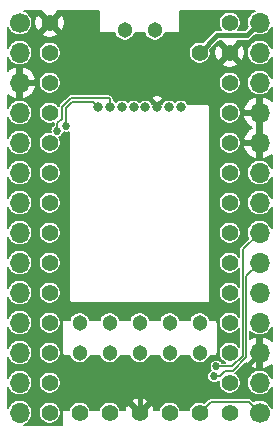
<source format=gbl>
G04 #@! TF.GenerationSoftware,KiCad,Pcbnew,(5.1.10)-1*
G04 #@! TF.CreationDate,2022-03-14T22:22:12+09:00*
G04 #@! TF.ProjectId,teensy4_header_breakout,7465656e-7379-4345-9f68-65616465725f,rev?*
G04 #@! TF.SameCoordinates,Original*
G04 #@! TF.FileFunction,Copper,L2,Bot*
G04 #@! TF.FilePolarity,Positive*
%FSLAX46Y46*%
G04 Gerber Fmt 4.6, Leading zero omitted, Abs format (unit mm)*
G04 Created by KiCad (PCBNEW (5.1.10)-1) date 2022-03-14 22:22:12*
%MOMM*%
%LPD*%
G01*
G04 APERTURE LIST*
G04 #@! TA.AperFunction,ComponentPad*
%ADD10C,1.404000*%
G04 #@! TD*
G04 #@! TA.AperFunction,ComponentPad*
%ADD11C,1.304000*%
G04 #@! TD*
G04 #@! TA.AperFunction,ComponentPad*
%ADD12C,0.804000*%
G04 #@! TD*
G04 #@! TA.AperFunction,ComponentPad*
%ADD13O,1.700000X1.700000*%
G04 #@! TD*
G04 #@! TA.AperFunction,ComponentPad*
%ADD14C,1.700000*%
G04 #@! TD*
G04 #@! TA.AperFunction,ViaPad*
%ADD15C,0.685800*%
G04 #@! TD*
G04 #@! TA.AperFunction,Conductor*
%ADD16C,0.152400*%
G04 #@! TD*
G04 #@! TA.AperFunction,Conductor*
%ADD17C,0.457200*%
G04 #@! TD*
G04 #@! TA.AperFunction,Conductor*
%ADD18C,0.100000*%
G04 #@! TD*
G04 APERTURE END LIST*
D10*
X152400000Y-111760000D03*
X167640000Y-81280000D03*
X165100000Y-83820000D03*
X167640000Y-83820000D03*
X167640000Y-86360000D03*
X167640000Y-88900000D03*
X167640000Y-91440000D03*
X167640000Y-93980000D03*
X167640000Y-96520000D03*
X167640000Y-99060000D03*
X167640000Y-101600000D03*
X167640000Y-104140000D03*
X167640000Y-106680000D03*
X167640000Y-109220000D03*
X167640000Y-111760000D03*
X167640000Y-114300000D03*
X165100000Y-114300000D03*
X162560000Y-114300000D03*
X160020000Y-114300000D03*
X157480000Y-114300000D03*
X154940000Y-114300000D03*
X152400000Y-114300000D03*
X152400000Y-109220000D03*
X152400000Y-106680000D03*
X152400000Y-104140000D03*
X152400000Y-101600000D03*
X152400000Y-99060000D03*
X152400000Y-96520000D03*
X152400000Y-93980000D03*
X152400000Y-91440000D03*
X152400000Y-88900000D03*
X152400000Y-86360000D03*
D11*
X158750000Y-81915000D03*
X161290000Y-81915000D03*
D12*
X156520000Y-88418400D03*
X157520000Y-88418400D03*
X158520000Y-88418400D03*
X159520000Y-88418400D03*
X160520000Y-88418400D03*
X161520000Y-88418400D03*
X162520000Y-88418400D03*
X163520000Y-88418400D03*
D11*
X154940000Y-106680000D03*
X154940000Y-109220000D03*
X157480000Y-106680000D03*
X157480000Y-109220000D03*
X160020000Y-106680000D03*
X160020000Y-109220000D03*
X162560000Y-106680000D03*
X162560000Y-109220000D03*
X165100000Y-106680000D03*
X165100000Y-109220000D03*
D10*
X152400000Y-83820000D03*
X152400000Y-81280000D03*
D13*
X170180000Y-81280000D03*
X170180000Y-83820000D03*
X170180000Y-86360000D03*
X170180000Y-88900000D03*
X170180000Y-91440000D03*
X170180000Y-93980000D03*
X170180000Y-96520000D03*
X170180000Y-99060000D03*
X170180000Y-101600000D03*
X170180000Y-104140000D03*
X170180000Y-106680000D03*
X170180000Y-109220000D03*
X170180000Y-111760000D03*
D14*
X170180000Y-114300000D03*
D13*
X149860000Y-114300000D03*
X149860000Y-111760000D03*
X149860000Y-109220000D03*
X149860000Y-106680000D03*
X149860000Y-104140000D03*
X149860000Y-101600000D03*
X149860000Y-99060000D03*
X149860000Y-96520000D03*
X149860000Y-93980000D03*
X149860000Y-91440000D03*
X149860000Y-88900000D03*
X149860000Y-86360000D03*
X149860000Y-83820000D03*
D14*
X149860000Y-81280000D03*
D15*
X153047383Y-90432813D03*
X153784690Y-90025336D03*
X166316146Y-111220054D03*
X166522400Y-110388400D03*
X153416000Y-102870000D03*
X153416000Y-97917000D03*
X154559000Y-112141000D03*
X162560000Y-112014000D03*
X165100000Y-112014000D03*
X153035000Y-107823000D03*
X150876000Y-107823000D03*
X154051000Y-86233000D03*
X155956000Y-86233000D03*
X157734000Y-86233000D03*
X159385000Y-85725000D03*
X160528000Y-86868000D03*
X164211000Y-81026000D03*
X157480000Y-112141000D03*
X166497000Y-90170000D03*
X166497000Y-92710000D03*
X166497000Y-95250000D03*
X153543000Y-100330000D03*
X154940000Y-81534000D03*
X155067000Y-83439000D03*
X157226000Y-83312000D03*
X159893000Y-83693000D03*
X162560000Y-83820000D03*
X165735000Y-86360000D03*
X163449000Y-85725000D03*
X165862000Y-81153000D03*
X161290000Y-105664000D03*
X160020000Y-112014000D03*
X158750000Y-110617000D03*
X167208200Y-102870000D03*
X167233600Y-100380800D03*
X167208200Y-105435400D03*
D16*
X153047383Y-89947880D02*
X153047383Y-90432813D01*
X153441400Y-89394792D02*
X153047383Y-89788809D01*
X153047383Y-89788809D02*
X153047383Y-89947880D01*
X157520000Y-88138390D02*
X157520000Y-87746200D01*
X157520000Y-87746200D02*
X157429200Y-87655400D01*
X157429200Y-87655400D02*
X154203400Y-87655400D01*
X153441400Y-88417400D02*
X153441400Y-89394792D01*
X154203400Y-87655400D02*
X153441400Y-88417400D01*
X153784700Y-88505166D02*
X153784700Y-89941448D01*
X156239990Y-88138390D02*
X156070999Y-87969399D01*
X154320467Y-87969399D02*
X153784700Y-88505166D01*
X153784700Y-90025326D02*
X153784690Y-90025336D01*
X153784700Y-89941448D02*
X153784700Y-90025326D01*
X156070999Y-87969399D02*
X154320467Y-87969399D01*
D17*
X166556999Y-82363001D02*
X165100000Y-83820000D01*
X169096999Y-82363001D02*
X166556999Y-82363001D01*
X170180000Y-81280000D02*
X169096999Y-82363001D01*
D16*
X166801079Y-111220054D02*
X166316146Y-111220054D01*
X167289832Y-110731301D02*
X166801079Y-111220054D01*
X169062411Y-109605946D02*
X167937056Y-110731301D01*
X167937056Y-110731301D02*
X167289832Y-110731301D01*
X169062411Y-102717589D02*
X169062411Y-109605946D01*
X170180000Y-101600000D02*
X169062411Y-102717589D01*
X170180000Y-99060000D02*
X168757600Y-100482400D01*
X168757600Y-109479690D02*
X167848890Y-110388400D01*
X168757600Y-100482400D02*
X168757600Y-109479690D01*
X167007333Y-110388400D02*
X166522400Y-110388400D01*
X167848890Y-110388400D02*
X167007333Y-110388400D01*
X166030601Y-113369399D02*
X165353610Y-114046390D01*
X169249399Y-113369399D02*
X166030601Y-113369399D01*
X170180000Y-114300000D02*
X169249399Y-113369399D01*
D17*
X170180000Y-109220000D02*
X168910000Y-110490000D01*
X160020000Y-112498933D02*
X160020000Y-113893990D01*
X160020000Y-112014000D02*
X160020000Y-112498933D01*
D16*
X151724924Y-80353477D02*
X152400000Y-81028553D01*
X153075076Y-80353477D01*
X153047110Y-80263600D01*
X156591401Y-80263600D01*
X156591400Y-81902541D01*
X156590173Y-81915000D01*
X156595069Y-81964714D01*
X156609571Y-82012518D01*
X156623270Y-82038148D01*
X156633119Y-82056574D01*
X156664810Y-82095190D01*
X156703426Y-82126881D01*
X156747482Y-82150429D01*
X156795286Y-82164931D01*
X156845000Y-82169827D01*
X156857459Y-82168600D01*
X157902592Y-82168600D01*
X157903241Y-82171862D01*
X157969622Y-82332121D01*
X158065993Y-82476350D01*
X158188650Y-82599007D01*
X158332879Y-82695378D01*
X158493138Y-82761759D01*
X158663268Y-82795600D01*
X158836732Y-82795600D01*
X159006862Y-82761759D01*
X159167121Y-82695378D01*
X159311350Y-82599007D01*
X159434007Y-82476350D01*
X159530378Y-82332121D01*
X159596759Y-82171862D01*
X159597408Y-82168600D01*
X160442592Y-82168600D01*
X160443241Y-82171862D01*
X160509622Y-82332121D01*
X160605993Y-82476350D01*
X160728650Y-82599007D01*
X160872879Y-82695378D01*
X161033138Y-82761759D01*
X161203268Y-82795600D01*
X161376732Y-82795600D01*
X161546862Y-82761759D01*
X161707121Y-82695378D01*
X161851350Y-82599007D01*
X161974007Y-82476350D01*
X162070378Y-82332121D01*
X162136759Y-82171862D01*
X162137408Y-82168600D01*
X163182541Y-82168600D01*
X163195000Y-82169827D01*
X163244714Y-82164931D01*
X163292518Y-82150429D01*
X163336574Y-82126881D01*
X163375190Y-82095190D01*
X163406881Y-82056574D01*
X163430429Y-82012518D01*
X163444931Y-81964714D01*
X163448600Y-81927459D01*
X163448600Y-81927458D01*
X163449827Y-81915000D01*
X163448600Y-81902541D01*
X163448600Y-80263600D01*
X169815289Y-80263600D01*
X169669091Y-80324157D01*
X169492433Y-80442197D01*
X169342197Y-80592433D01*
X169224157Y-80769091D01*
X169142850Y-80965384D01*
X169101400Y-81173767D01*
X169101400Y-81386233D01*
X169142850Y-81594616D01*
X169165097Y-81648325D01*
X168907622Y-81905801D01*
X168330266Y-81905801D01*
X168362844Y-81873223D01*
X168464687Y-81720805D01*
X168534838Y-81551446D01*
X168570600Y-81371656D01*
X168570600Y-81188344D01*
X168534838Y-81008554D01*
X168464687Y-80839195D01*
X168362844Y-80686777D01*
X168233223Y-80557156D01*
X168080805Y-80455313D01*
X167911446Y-80385162D01*
X167731656Y-80349400D01*
X167548344Y-80349400D01*
X167368554Y-80385162D01*
X167199195Y-80455313D01*
X167046777Y-80557156D01*
X166917156Y-80686777D01*
X166815313Y-80839195D01*
X166745162Y-81008554D01*
X166709400Y-81188344D01*
X166709400Y-81371656D01*
X166745162Y-81551446D01*
X166815313Y-81720805D01*
X166917156Y-81873223D01*
X166949734Y-81905801D01*
X166579449Y-81905801D01*
X166556999Y-81903590D01*
X166534549Y-81905801D01*
X166534539Y-81905801D01*
X166467372Y-81912416D01*
X166401248Y-81932475D01*
X166381189Y-81938560D01*
X166301763Y-81981014D01*
X166249591Y-82023830D01*
X166249585Y-82023836D01*
X166232146Y-82038148D01*
X166217834Y-82055587D01*
X165352107Y-82921315D01*
X165191656Y-82889400D01*
X165008344Y-82889400D01*
X164828554Y-82925162D01*
X164659195Y-82995313D01*
X164506777Y-83097156D01*
X164377156Y-83226777D01*
X164275313Y-83379195D01*
X164205162Y-83548554D01*
X164169400Y-83728344D01*
X164169400Y-83911656D01*
X164205162Y-84091446D01*
X164275313Y-84260805D01*
X164377156Y-84413223D01*
X164506777Y-84542844D01*
X164659195Y-84644687D01*
X164828554Y-84714838D01*
X165008344Y-84750600D01*
X165191656Y-84750600D01*
X165212152Y-84746523D01*
X166964924Y-84746523D01*
X167031399Y-84960159D01*
X167265527Y-85056984D01*
X167514046Y-85106271D01*
X167767405Y-85106128D01*
X168015868Y-85056560D01*
X168248601Y-84960159D01*
X168315076Y-84746523D01*
X167640000Y-84071447D01*
X166964924Y-84746523D01*
X165212152Y-84746523D01*
X165371446Y-84714838D01*
X165540805Y-84644687D01*
X165693223Y-84542844D01*
X165822844Y-84413223D01*
X165924687Y-84260805D01*
X165994838Y-84091446D01*
X166030600Y-83911656D01*
X166030600Y-83728344D01*
X166023778Y-83694046D01*
X166353729Y-83694046D01*
X166353872Y-83947405D01*
X166403440Y-84195868D01*
X166499841Y-84428601D01*
X166713477Y-84495076D01*
X167388553Y-83820000D01*
X167891447Y-83820000D01*
X168566523Y-84495076D01*
X168780159Y-84428601D01*
X168876984Y-84194473D01*
X168926271Y-83945954D01*
X168926128Y-83692595D01*
X168876560Y-83444132D01*
X168780159Y-83211399D01*
X168566523Y-83144924D01*
X167891447Y-83820000D01*
X167388553Y-83820000D01*
X166713477Y-83144924D01*
X166499841Y-83211399D01*
X166403016Y-83445527D01*
X166353729Y-83694046D01*
X166023778Y-83694046D01*
X165998685Y-83567893D01*
X166746378Y-82820201D01*
X166987725Y-82820201D01*
X166964924Y-82893477D01*
X167640000Y-83568553D01*
X168315076Y-82893477D01*
X168292275Y-82820201D01*
X169074549Y-82820201D01*
X169096999Y-82822412D01*
X169119449Y-82820201D01*
X169119459Y-82820201D01*
X169186626Y-82813586D01*
X169272808Y-82787442D01*
X169352235Y-82744988D01*
X169421852Y-82687854D01*
X169436173Y-82670404D01*
X169811675Y-82294903D01*
X169865384Y-82317150D01*
X170073767Y-82358600D01*
X170286233Y-82358600D01*
X170494616Y-82317150D01*
X170690909Y-82235843D01*
X170867567Y-82117803D01*
X171017803Y-81967567D01*
X171135843Y-81790909D01*
X171196400Y-81644711D01*
X171196400Y-83455289D01*
X171135843Y-83309091D01*
X171017803Y-83132433D01*
X170867567Y-82982197D01*
X170690909Y-82864157D01*
X170494616Y-82782850D01*
X170286233Y-82741400D01*
X170073767Y-82741400D01*
X169865384Y-82782850D01*
X169669091Y-82864157D01*
X169492433Y-82982197D01*
X169342197Y-83132433D01*
X169224157Y-83309091D01*
X169142850Y-83505384D01*
X169101400Y-83713767D01*
X169101400Y-83926233D01*
X169142850Y-84134616D01*
X169224157Y-84330909D01*
X169342197Y-84507567D01*
X169492433Y-84657803D01*
X169669091Y-84775843D01*
X169865384Y-84857150D01*
X170073767Y-84898600D01*
X170286233Y-84898600D01*
X170494616Y-84857150D01*
X170690909Y-84775843D01*
X170867567Y-84657803D01*
X171017803Y-84507567D01*
X171135843Y-84330909D01*
X171196400Y-84184711D01*
X171196400Y-85995289D01*
X171135843Y-85849091D01*
X171017803Y-85672433D01*
X170867567Y-85522197D01*
X170690909Y-85404157D01*
X170494616Y-85322850D01*
X170286233Y-85281400D01*
X170073767Y-85281400D01*
X169865384Y-85322850D01*
X169669091Y-85404157D01*
X169492433Y-85522197D01*
X169342197Y-85672433D01*
X169224157Y-85849091D01*
X169142850Y-86045384D01*
X169101400Y-86253767D01*
X169101400Y-86466233D01*
X169142850Y-86674616D01*
X169224157Y-86870909D01*
X169342197Y-87047567D01*
X169492433Y-87197803D01*
X169669091Y-87315843D01*
X169865384Y-87397150D01*
X170073767Y-87438600D01*
X170286233Y-87438600D01*
X170494616Y-87397150D01*
X170690909Y-87315843D01*
X170867567Y-87197803D01*
X171017803Y-87047567D01*
X171135843Y-86870909D01*
X171196400Y-86724711D01*
X171196400Y-87897534D01*
X171075190Y-87779471D01*
X170839385Y-87626359D01*
X170578240Y-87522192D01*
X170357800Y-87622907D01*
X170357800Y-88722200D01*
X170377800Y-88722200D01*
X170377800Y-89077800D01*
X170357800Y-89077800D01*
X170357800Y-91262200D01*
X170377800Y-91262200D01*
X170377800Y-91617800D01*
X170357800Y-91617800D01*
X170357800Y-92717093D01*
X170578240Y-92817808D01*
X170839385Y-92713641D01*
X171075190Y-92560529D01*
X171196400Y-92442466D01*
X171196400Y-93615289D01*
X171135843Y-93469091D01*
X171017803Y-93292433D01*
X170867567Y-93142197D01*
X170690909Y-93024157D01*
X170494616Y-92942850D01*
X170286233Y-92901400D01*
X170073767Y-92901400D01*
X169865384Y-92942850D01*
X169669091Y-93024157D01*
X169492433Y-93142197D01*
X169342197Y-93292433D01*
X169224157Y-93469091D01*
X169142850Y-93665384D01*
X169101400Y-93873767D01*
X169101400Y-94086233D01*
X169142850Y-94294616D01*
X169224157Y-94490909D01*
X169342197Y-94667567D01*
X169492433Y-94817803D01*
X169669091Y-94935843D01*
X169865384Y-95017150D01*
X170073767Y-95058600D01*
X170286233Y-95058600D01*
X170494616Y-95017150D01*
X170690909Y-94935843D01*
X170867567Y-94817803D01*
X171017803Y-94667567D01*
X171135843Y-94490909D01*
X171196400Y-94344711D01*
X171196400Y-96155289D01*
X171135843Y-96009091D01*
X171017803Y-95832433D01*
X170867567Y-95682197D01*
X170690909Y-95564157D01*
X170494616Y-95482850D01*
X170286233Y-95441400D01*
X170073767Y-95441400D01*
X169865384Y-95482850D01*
X169669091Y-95564157D01*
X169492433Y-95682197D01*
X169342197Y-95832433D01*
X169224157Y-96009091D01*
X169142850Y-96205384D01*
X169101400Y-96413767D01*
X169101400Y-96626233D01*
X169142850Y-96834616D01*
X169224157Y-97030909D01*
X169342197Y-97207567D01*
X169492433Y-97357803D01*
X169669091Y-97475843D01*
X169865384Y-97557150D01*
X170073767Y-97598600D01*
X170286233Y-97598600D01*
X170494616Y-97557150D01*
X170690909Y-97475843D01*
X170867567Y-97357803D01*
X171017803Y-97207567D01*
X171135843Y-97030909D01*
X171196400Y-96884711D01*
X171196401Y-98695289D01*
X171135843Y-98549091D01*
X171017803Y-98372433D01*
X170867567Y-98222197D01*
X170690909Y-98104157D01*
X170494616Y-98022850D01*
X170286233Y-97981400D01*
X170073767Y-97981400D01*
X169865384Y-98022850D01*
X169669091Y-98104157D01*
X169492433Y-98222197D01*
X169342197Y-98372433D01*
X169224157Y-98549091D01*
X169142850Y-98745384D01*
X169101400Y-98953767D01*
X169101400Y-99166233D01*
X169142850Y-99374616D01*
X169224157Y-99570909D01*
X169229718Y-99579231D01*
X168552661Y-100256288D01*
X168541032Y-100265832D01*
X168502942Y-100312244D01*
X168474640Y-100365195D01*
X168457211Y-100422650D01*
X168452800Y-100467435D01*
X168452800Y-100467442D01*
X168451327Y-100482400D01*
X168452800Y-100497358D01*
X168452800Y-101141405D01*
X168362844Y-101006777D01*
X168233223Y-100877156D01*
X168080805Y-100775313D01*
X167911446Y-100705162D01*
X167731656Y-100669400D01*
X167548344Y-100669400D01*
X167368554Y-100705162D01*
X167199195Y-100775313D01*
X167046777Y-100877156D01*
X166917156Y-101006777D01*
X166815313Y-101159195D01*
X166745162Y-101328554D01*
X166709400Y-101508344D01*
X166709400Y-101691656D01*
X166745162Y-101871446D01*
X166815313Y-102040805D01*
X166917156Y-102193223D01*
X167046777Y-102322844D01*
X167199195Y-102424687D01*
X167368554Y-102494838D01*
X167548344Y-102530600D01*
X167731656Y-102530600D01*
X167911446Y-102494838D01*
X168080805Y-102424687D01*
X168233223Y-102322844D01*
X168362844Y-102193223D01*
X168452800Y-102058595D01*
X168452800Y-103681405D01*
X168362844Y-103546777D01*
X168233223Y-103417156D01*
X168080805Y-103315313D01*
X167911446Y-103245162D01*
X167731656Y-103209400D01*
X167548344Y-103209400D01*
X167368554Y-103245162D01*
X167199195Y-103315313D01*
X167046777Y-103417156D01*
X166917156Y-103546777D01*
X166815313Y-103699195D01*
X166745162Y-103868554D01*
X166709400Y-104048344D01*
X166709400Y-104231656D01*
X166745162Y-104411446D01*
X166815313Y-104580805D01*
X166917156Y-104733223D01*
X167046777Y-104862844D01*
X167199195Y-104964687D01*
X167368554Y-105034838D01*
X167548344Y-105070600D01*
X167731656Y-105070600D01*
X167911446Y-105034838D01*
X168080805Y-104964687D01*
X168233223Y-104862844D01*
X168362844Y-104733223D01*
X168452800Y-104598594D01*
X168452801Y-106221406D01*
X168362844Y-106086777D01*
X168233223Y-105957156D01*
X168080805Y-105855313D01*
X167911446Y-105785162D01*
X167731656Y-105749400D01*
X167548344Y-105749400D01*
X167368554Y-105785162D01*
X167199195Y-105855313D01*
X167046777Y-105957156D01*
X166917156Y-106086777D01*
X166815313Y-106239195D01*
X166745162Y-106408554D01*
X166709400Y-106588344D01*
X166709400Y-106771656D01*
X166745162Y-106951446D01*
X166815313Y-107120805D01*
X166917156Y-107273223D01*
X167046777Y-107402844D01*
X167199195Y-107504687D01*
X167368554Y-107574838D01*
X167548344Y-107610600D01*
X167731656Y-107610600D01*
X167911446Y-107574838D01*
X168080805Y-107504687D01*
X168233223Y-107402844D01*
X168362844Y-107273223D01*
X168452801Y-107138594D01*
X168452801Y-108761406D01*
X168362844Y-108626777D01*
X168233223Y-108497156D01*
X168080805Y-108395313D01*
X167911446Y-108325162D01*
X167731656Y-108289400D01*
X167548344Y-108289400D01*
X167368554Y-108325162D01*
X167199195Y-108395313D01*
X167046777Y-108497156D01*
X166917156Y-108626777D01*
X166815313Y-108779195D01*
X166745162Y-108948554D01*
X166709400Y-109128344D01*
X166709400Y-109311656D01*
X166745162Y-109491446D01*
X166815313Y-109660805D01*
X166917156Y-109813223D01*
X167046777Y-109942844D01*
X167199195Y-110044687D01*
X167293139Y-110083600D01*
X167006077Y-110083600D01*
X166966313Y-110024090D01*
X166886710Y-109944487D01*
X166793107Y-109881943D01*
X166689100Y-109838863D01*
X166578688Y-109816900D01*
X166466112Y-109816900D01*
X166355700Y-109838863D01*
X166251693Y-109881943D01*
X166158090Y-109944487D01*
X166078487Y-110024090D01*
X166015943Y-110117693D01*
X165972863Y-110221700D01*
X165950900Y-110332112D01*
X165950900Y-110444688D01*
X165972863Y-110555100D01*
X166015943Y-110659107D01*
X166050854Y-110711354D01*
X166045439Y-110713597D01*
X165951836Y-110776141D01*
X165872233Y-110855744D01*
X165809689Y-110949347D01*
X165766609Y-111053354D01*
X165744646Y-111163766D01*
X165744646Y-111276342D01*
X165766609Y-111386754D01*
X165809689Y-111490761D01*
X165872233Y-111584364D01*
X165951836Y-111663967D01*
X166045439Y-111726511D01*
X166149446Y-111769591D01*
X166259858Y-111791554D01*
X166372434Y-111791554D01*
X166482846Y-111769591D01*
X166586853Y-111726511D01*
X166680456Y-111663967D01*
X166717674Y-111626749D01*
X166709400Y-111668344D01*
X166709400Y-111851656D01*
X166745162Y-112031446D01*
X166815313Y-112200805D01*
X166917156Y-112353223D01*
X167046777Y-112482844D01*
X167199195Y-112584687D01*
X167368554Y-112654838D01*
X167548344Y-112690600D01*
X167731656Y-112690600D01*
X167911446Y-112654838D01*
X168080805Y-112584687D01*
X168233223Y-112482844D01*
X168362844Y-112353223D01*
X168464687Y-112200805D01*
X168534838Y-112031446D01*
X168570600Y-111851656D01*
X168570600Y-111668344D01*
X168534838Y-111488554D01*
X168464687Y-111319195D01*
X168362844Y-111166777D01*
X168233223Y-111037156D01*
X168129378Y-110967768D01*
X168153624Y-110947869D01*
X168163168Y-110936240D01*
X169031120Y-110068289D01*
X169083406Y-110144355D01*
X169284810Y-110340529D01*
X169520615Y-110493641D01*
X169781760Y-110597808D01*
X170002200Y-110497093D01*
X170002200Y-109397800D01*
X169982200Y-109397800D01*
X169982200Y-109042200D01*
X170002200Y-109042200D01*
X170002200Y-107942907D01*
X169781760Y-107842192D01*
X169520615Y-107946359D01*
X169367211Y-108045967D01*
X169367211Y-107392581D01*
X169492433Y-107517803D01*
X169669091Y-107635843D01*
X169865384Y-107717150D01*
X170073767Y-107758600D01*
X170286233Y-107758600D01*
X170494616Y-107717150D01*
X170690909Y-107635843D01*
X170867567Y-107517803D01*
X171017803Y-107367567D01*
X171135843Y-107190909D01*
X171196401Y-107044709D01*
X171196401Y-108217534D01*
X171075190Y-108099471D01*
X170839385Y-107946359D01*
X170578240Y-107842192D01*
X170357800Y-107942907D01*
X170357800Y-109042200D01*
X170377800Y-109042200D01*
X170377800Y-109397800D01*
X170357800Y-109397800D01*
X170357800Y-110497093D01*
X170578240Y-110597808D01*
X170839385Y-110493641D01*
X171075190Y-110340529D01*
X171196401Y-110222466D01*
X171196401Y-111395291D01*
X171135843Y-111249091D01*
X171017803Y-111072433D01*
X170867567Y-110922197D01*
X170690909Y-110804157D01*
X170494616Y-110722850D01*
X170286233Y-110681400D01*
X170073767Y-110681400D01*
X169865384Y-110722850D01*
X169669091Y-110804157D01*
X169492433Y-110922197D01*
X169342197Y-111072433D01*
X169224157Y-111249091D01*
X169142850Y-111445384D01*
X169101400Y-111653767D01*
X169101400Y-111866233D01*
X169142850Y-112074616D01*
X169224157Y-112270909D01*
X169342197Y-112447567D01*
X169492433Y-112597803D01*
X169669091Y-112715843D01*
X169865384Y-112797150D01*
X170073767Y-112838600D01*
X170286233Y-112838600D01*
X170494616Y-112797150D01*
X170690909Y-112715843D01*
X170867567Y-112597803D01*
X171017803Y-112447567D01*
X171135843Y-112270909D01*
X171196401Y-112124709D01*
X171196401Y-113935291D01*
X171135843Y-113789091D01*
X171017803Y-113612433D01*
X170867567Y-113462197D01*
X170690909Y-113344157D01*
X170494616Y-113262850D01*
X170286233Y-113221400D01*
X170073767Y-113221400D01*
X169865384Y-113262850D01*
X169669091Y-113344157D01*
X169660769Y-113349718D01*
X169475511Y-113164460D01*
X169465967Y-113152831D01*
X169419556Y-113114741D01*
X169366605Y-113086439D01*
X169309150Y-113069010D01*
X169264365Y-113064599D01*
X169264357Y-113064599D01*
X169249399Y-113063126D01*
X169234441Y-113064599D01*
X166045559Y-113064599D01*
X166030601Y-113063126D01*
X166015643Y-113064599D01*
X166015635Y-113064599D01*
X165976004Y-113068502D01*
X165970849Y-113069010D01*
X165913395Y-113086439D01*
X165860444Y-113114741D01*
X165814033Y-113152831D01*
X165804493Y-113164455D01*
X165507451Y-113461497D01*
X165371446Y-113405162D01*
X165191656Y-113369400D01*
X165008344Y-113369400D01*
X164828554Y-113405162D01*
X164659195Y-113475313D01*
X164506777Y-113577156D01*
X164377156Y-113706777D01*
X164275313Y-113859195D01*
X164205162Y-114028554D01*
X164201612Y-114046400D01*
X163458388Y-114046400D01*
X163454838Y-114028554D01*
X163384687Y-113859195D01*
X163282844Y-113706777D01*
X163153223Y-113577156D01*
X163000805Y-113475313D01*
X162831446Y-113405162D01*
X162651656Y-113369400D01*
X162468344Y-113369400D01*
X162288554Y-113405162D01*
X162119195Y-113475313D01*
X161966777Y-113577156D01*
X161837156Y-113706777D01*
X161735313Y-113859195D01*
X161665162Y-114028554D01*
X161661612Y-114046400D01*
X161280952Y-114046400D01*
X161256560Y-113924132D01*
X161160159Y-113691399D01*
X160946523Y-113624924D01*
X160525047Y-114046400D01*
X160022153Y-114046400D01*
X160695076Y-113373477D01*
X160628601Y-113159841D01*
X160394473Y-113063016D01*
X160145954Y-113013729D01*
X159892595Y-113013872D01*
X159644132Y-113063440D01*
X159411399Y-113159841D01*
X159344924Y-113373477D01*
X160017847Y-114046400D01*
X159514953Y-114046400D01*
X159093477Y-113624924D01*
X158879841Y-113691399D01*
X158783016Y-113925527D01*
X158759044Y-114046400D01*
X158378388Y-114046400D01*
X158374838Y-114028554D01*
X158304687Y-113859195D01*
X158202844Y-113706777D01*
X158073223Y-113577156D01*
X157920805Y-113475313D01*
X157751446Y-113405162D01*
X157571656Y-113369400D01*
X157388344Y-113369400D01*
X157208554Y-113405162D01*
X157039195Y-113475313D01*
X156886777Y-113577156D01*
X156757156Y-113706777D01*
X156655313Y-113859195D01*
X156585162Y-114028554D01*
X156581612Y-114046400D01*
X155838388Y-114046400D01*
X155834838Y-114028554D01*
X155764687Y-113859195D01*
X155662844Y-113706777D01*
X155533223Y-113577156D01*
X155380805Y-113475313D01*
X155211446Y-113405162D01*
X155031656Y-113369400D01*
X154848344Y-113369400D01*
X154668554Y-113405162D01*
X154499195Y-113475313D01*
X154346777Y-113577156D01*
X154217156Y-113706777D01*
X154115313Y-113859195D01*
X154045162Y-114028554D01*
X154041612Y-114046400D01*
X153682459Y-114046400D01*
X153670000Y-114045173D01*
X153657541Y-114046400D01*
X153620286Y-114050069D01*
X153572482Y-114064571D01*
X153528426Y-114088119D01*
X153489810Y-114119810D01*
X153458119Y-114158426D01*
X153434571Y-114202482D01*
X153420069Y-114250286D01*
X153415173Y-114300000D01*
X153416400Y-114312459D01*
X153416401Y-115316400D01*
X150224711Y-115316400D01*
X150370909Y-115255843D01*
X150547567Y-115137803D01*
X150697803Y-114987567D01*
X150815843Y-114810909D01*
X150897150Y-114614616D01*
X150938600Y-114406233D01*
X150938600Y-114208344D01*
X151469400Y-114208344D01*
X151469400Y-114391656D01*
X151505162Y-114571446D01*
X151575313Y-114740805D01*
X151677156Y-114893223D01*
X151806777Y-115022844D01*
X151959195Y-115124687D01*
X152128554Y-115194838D01*
X152308344Y-115230600D01*
X152491656Y-115230600D01*
X152671446Y-115194838D01*
X152840805Y-115124687D01*
X152993223Y-115022844D01*
X153122844Y-114893223D01*
X153224687Y-114740805D01*
X153294838Y-114571446D01*
X153330600Y-114391656D01*
X153330600Y-114208344D01*
X153294838Y-114028554D01*
X153224687Y-113859195D01*
X153122844Y-113706777D01*
X152993223Y-113577156D01*
X152840805Y-113475313D01*
X152671446Y-113405162D01*
X152491656Y-113369400D01*
X152308344Y-113369400D01*
X152128554Y-113405162D01*
X151959195Y-113475313D01*
X151806777Y-113577156D01*
X151677156Y-113706777D01*
X151575313Y-113859195D01*
X151505162Y-114028554D01*
X151469400Y-114208344D01*
X150938600Y-114208344D01*
X150938600Y-114193767D01*
X150897150Y-113985384D01*
X150815843Y-113789091D01*
X150697803Y-113612433D01*
X150547567Y-113462197D01*
X150370909Y-113344157D01*
X150174616Y-113262850D01*
X149966233Y-113221400D01*
X149753767Y-113221400D01*
X149545384Y-113262850D01*
X149349091Y-113344157D01*
X149172433Y-113462197D01*
X149022197Y-113612433D01*
X148904157Y-113789091D01*
X148843600Y-113935289D01*
X148843600Y-112124711D01*
X148904157Y-112270909D01*
X149022197Y-112447567D01*
X149172433Y-112597803D01*
X149349091Y-112715843D01*
X149545384Y-112797150D01*
X149753767Y-112838600D01*
X149966233Y-112838600D01*
X150174616Y-112797150D01*
X150370909Y-112715843D01*
X150547567Y-112597803D01*
X150697803Y-112447567D01*
X150815843Y-112270909D01*
X150897150Y-112074616D01*
X150938600Y-111866233D01*
X150938600Y-111668344D01*
X151469400Y-111668344D01*
X151469400Y-111851656D01*
X151505162Y-112031446D01*
X151575313Y-112200805D01*
X151677156Y-112353223D01*
X151806777Y-112482844D01*
X151959195Y-112584687D01*
X152128554Y-112654838D01*
X152308344Y-112690600D01*
X152491656Y-112690600D01*
X152671446Y-112654838D01*
X152840805Y-112584687D01*
X152993223Y-112482844D01*
X153122844Y-112353223D01*
X153224687Y-112200805D01*
X153294838Y-112031446D01*
X153330600Y-111851656D01*
X153330600Y-111668344D01*
X153294838Y-111488554D01*
X153224687Y-111319195D01*
X153122844Y-111166777D01*
X152993223Y-111037156D01*
X152840805Y-110935313D01*
X152671446Y-110865162D01*
X152491656Y-110829400D01*
X152308344Y-110829400D01*
X152128554Y-110865162D01*
X151959195Y-110935313D01*
X151806777Y-111037156D01*
X151677156Y-111166777D01*
X151575313Y-111319195D01*
X151505162Y-111488554D01*
X151469400Y-111668344D01*
X150938600Y-111668344D01*
X150938600Y-111653767D01*
X150897150Y-111445384D01*
X150815843Y-111249091D01*
X150697803Y-111072433D01*
X150547567Y-110922197D01*
X150370909Y-110804157D01*
X150174616Y-110722850D01*
X149966233Y-110681400D01*
X149753767Y-110681400D01*
X149545384Y-110722850D01*
X149349091Y-110804157D01*
X149172433Y-110922197D01*
X149022197Y-111072433D01*
X148904157Y-111249091D01*
X148843600Y-111395289D01*
X148843600Y-109584711D01*
X148904157Y-109730909D01*
X149022197Y-109907567D01*
X149172433Y-110057803D01*
X149349091Y-110175843D01*
X149545384Y-110257150D01*
X149753767Y-110298600D01*
X149966233Y-110298600D01*
X150174616Y-110257150D01*
X150370909Y-110175843D01*
X150547567Y-110057803D01*
X150697803Y-109907567D01*
X150815843Y-109730909D01*
X150897150Y-109534616D01*
X150938600Y-109326233D01*
X150938600Y-109128344D01*
X151469400Y-109128344D01*
X151469400Y-109311656D01*
X151505162Y-109491446D01*
X151575313Y-109660805D01*
X151677156Y-109813223D01*
X151806777Y-109942844D01*
X151959195Y-110044687D01*
X152128554Y-110114838D01*
X152308344Y-110150600D01*
X152491656Y-110150600D01*
X152671446Y-110114838D01*
X152840805Y-110044687D01*
X152993223Y-109942844D01*
X153122844Y-109813223D01*
X153224687Y-109660805D01*
X153294838Y-109491446D01*
X153330600Y-109311656D01*
X153330600Y-109128344D01*
X153294838Y-108948554D01*
X153224687Y-108779195D01*
X153122844Y-108626777D01*
X152993223Y-108497156D01*
X152840805Y-108395313D01*
X152671446Y-108325162D01*
X152491656Y-108289400D01*
X152308344Y-108289400D01*
X152128554Y-108325162D01*
X151959195Y-108395313D01*
X151806777Y-108497156D01*
X151677156Y-108626777D01*
X151575313Y-108779195D01*
X151505162Y-108948554D01*
X151469400Y-109128344D01*
X150938600Y-109128344D01*
X150938600Y-109113767D01*
X150897150Y-108905384D01*
X150815843Y-108709091D01*
X150697803Y-108532433D01*
X150547567Y-108382197D01*
X150370909Y-108264157D01*
X150174616Y-108182850D01*
X149966233Y-108141400D01*
X149753767Y-108141400D01*
X149545384Y-108182850D01*
X149349091Y-108264157D01*
X149172433Y-108382197D01*
X149022197Y-108532433D01*
X148904157Y-108709091D01*
X148843600Y-108855289D01*
X148843600Y-107044711D01*
X148904157Y-107190909D01*
X149022197Y-107367567D01*
X149172433Y-107517803D01*
X149349091Y-107635843D01*
X149545384Y-107717150D01*
X149753767Y-107758600D01*
X149966233Y-107758600D01*
X150174616Y-107717150D01*
X150370909Y-107635843D01*
X150547567Y-107517803D01*
X150697803Y-107367567D01*
X150815843Y-107190909D01*
X150897150Y-106994616D01*
X150938600Y-106786233D01*
X150938600Y-106588344D01*
X151469400Y-106588344D01*
X151469400Y-106771656D01*
X151505162Y-106951446D01*
X151575313Y-107120805D01*
X151677156Y-107273223D01*
X151806777Y-107402844D01*
X151959195Y-107504687D01*
X152128554Y-107574838D01*
X152308344Y-107610600D01*
X152491656Y-107610600D01*
X152671446Y-107574838D01*
X152840805Y-107504687D01*
X152993223Y-107402844D01*
X153122844Y-107273223D01*
X153224687Y-107120805D01*
X153294838Y-106951446D01*
X153330600Y-106771656D01*
X153330600Y-106680000D01*
X153415173Y-106680000D01*
X153416400Y-106692459D01*
X153416401Y-109207531D01*
X153415173Y-109220000D01*
X153420069Y-109269714D01*
X153434571Y-109317518D01*
X153458119Y-109361574D01*
X153489810Y-109400190D01*
X153528426Y-109431881D01*
X153572482Y-109455429D01*
X153620286Y-109469931D01*
X153657541Y-109473600D01*
X153670000Y-109474827D01*
X153682459Y-109473600D01*
X154092592Y-109473600D01*
X154093241Y-109476862D01*
X154159622Y-109637121D01*
X154255993Y-109781350D01*
X154378650Y-109904007D01*
X154522879Y-110000378D01*
X154683138Y-110066759D01*
X154853268Y-110100600D01*
X155026732Y-110100600D01*
X155196862Y-110066759D01*
X155357121Y-110000378D01*
X155501350Y-109904007D01*
X155624007Y-109781350D01*
X155720378Y-109637121D01*
X155786759Y-109476862D01*
X155787408Y-109473600D01*
X156632592Y-109473600D01*
X156633241Y-109476862D01*
X156699622Y-109637121D01*
X156795993Y-109781350D01*
X156918650Y-109904007D01*
X157062879Y-110000378D01*
X157223138Y-110066759D01*
X157393268Y-110100600D01*
X157566732Y-110100600D01*
X157736862Y-110066759D01*
X157897121Y-110000378D01*
X158041350Y-109904007D01*
X158164007Y-109781350D01*
X158260378Y-109637121D01*
X158326759Y-109476862D01*
X158327408Y-109473600D01*
X159172592Y-109473600D01*
X159173241Y-109476862D01*
X159239622Y-109637121D01*
X159335993Y-109781350D01*
X159458650Y-109904007D01*
X159602879Y-110000378D01*
X159763138Y-110066759D01*
X159933268Y-110100600D01*
X160106732Y-110100600D01*
X160276862Y-110066759D01*
X160437121Y-110000378D01*
X160581350Y-109904007D01*
X160704007Y-109781350D01*
X160800378Y-109637121D01*
X160866759Y-109476862D01*
X160867408Y-109473600D01*
X161712592Y-109473600D01*
X161713241Y-109476862D01*
X161779622Y-109637121D01*
X161875993Y-109781350D01*
X161998650Y-109904007D01*
X162142879Y-110000378D01*
X162303138Y-110066759D01*
X162473268Y-110100600D01*
X162646732Y-110100600D01*
X162816862Y-110066759D01*
X162977121Y-110000378D01*
X163121350Y-109904007D01*
X163244007Y-109781350D01*
X163340378Y-109637121D01*
X163406759Y-109476862D01*
X163407408Y-109473600D01*
X164252592Y-109473600D01*
X164253241Y-109476862D01*
X164319622Y-109637121D01*
X164415993Y-109781350D01*
X164538650Y-109904007D01*
X164682879Y-110000378D01*
X164843138Y-110066759D01*
X165013268Y-110100600D01*
X165186732Y-110100600D01*
X165356862Y-110066759D01*
X165517121Y-110000378D01*
X165661350Y-109904007D01*
X165784007Y-109781350D01*
X165880378Y-109637121D01*
X165946759Y-109476862D01*
X165947408Y-109473600D01*
X166357541Y-109473600D01*
X166370000Y-109474827D01*
X166382459Y-109473600D01*
X166419714Y-109469931D01*
X166467518Y-109455429D01*
X166511574Y-109431881D01*
X166550190Y-109400190D01*
X166581881Y-109361574D01*
X166605429Y-109317518D01*
X166619931Y-109269714D01*
X166624827Y-109220000D01*
X166623600Y-109207541D01*
X166623600Y-106692459D01*
X166624827Y-106680000D01*
X166619931Y-106630286D01*
X166605429Y-106582482D01*
X166581881Y-106538426D01*
X166550190Y-106499810D01*
X166511574Y-106468119D01*
X166467518Y-106444571D01*
X166419714Y-106430069D01*
X166382459Y-106426400D01*
X166370000Y-106425173D01*
X166357541Y-106426400D01*
X165947408Y-106426400D01*
X165946759Y-106423138D01*
X165880378Y-106262879D01*
X165784007Y-106118650D01*
X165661350Y-105995993D01*
X165517121Y-105899622D01*
X165356862Y-105833241D01*
X165186732Y-105799400D01*
X165013268Y-105799400D01*
X164843138Y-105833241D01*
X164682879Y-105899622D01*
X164538650Y-105995993D01*
X164415993Y-106118650D01*
X164319622Y-106262879D01*
X164253241Y-106423138D01*
X164252592Y-106426400D01*
X163407408Y-106426400D01*
X163406759Y-106423138D01*
X163340378Y-106262879D01*
X163244007Y-106118650D01*
X163121350Y-105995993D01*
X162977121Y-105899622D01*
X162816862Y-105833241D01*
X162646732Y-105799400D01*
X162473268Y-105799400D01*
X162303138Y-105833241D01*
X162142879Y-105899622D01*
X161998650Y-105995993D01*
X161875993Y-106118650D01*
X161779622Y-106262879D01*
X161713241Y-106423138D01*
X161712592Y-106426400D01*
X160867408Y-106426400D01*
X160866759Y-106423138D01*
X160800378Y-106262879D01*
X160704007Y-106118650D01*
X160581350Y-105995993D01*
X160437121Y-105899622D01*
X160276862Y-105833241D01*
X160106732Y-105799400D01*
X159933268Y-105799400D01*
X159763138Y-105833241D01*
X159602879Y-105899622D01*
X159458650Y-105995993D01*
X159335993Y-106118650D01*
X159239622Y-106262879D01*
X159173241Y-106423138D01*
X159172592Y-106426400D01*
X158327408Y-106426400D01*
X158326759Y-106423138D01*
X158260378Y-106262879D01*
X158164007Y-106118650D01*
X158041350Y-105995993D01*
X157897121Y-105899622D01*
X157736862Y-105833241D01*
X157566732Y-105799400D01*
X157393268Y-105799400D01*
X157223138Y-105833241D01*
X157062879Y-105899622D01*
X156918650Y-105995993D01*
X156795993Y-106118650D01*
X156699622Y-106262879D01*
X156633241Y-106423138D01*
X156632592Y-106426400D01*
X155787408Y-106426400D01*
X155786759Y-106423138D01*
X155720378Y-106262879D01*
X155624007Y-106118650D01*
X155501350Y-105995993D01*
X155357121Y-105899622D01*
X155196862Y-105833241D01*
X155026732Y-105799400D01*
X154853268Y-105799400D01*
X154683138Y-105833241D01*
X154522879Y-105899622D01*
X154378650Y-105995993D01*
X154255993Y-106118650D01*
X154159622Y-106262879D01*
X154093241Y-106423138D01*
X154092592Y-106426400D01*
X153682459Y-106426400D01*
X153670000Y-106425173D01*
X153657541Y-106426400D01*
X153620286Y-106430069D01*
X153572482Y-106444571D01*
X153528426Y-106468119D01*
X153489810Y-106499810D01*
X153458119Y-106538426D01*
X153434571Y-106582482D01*
X153420069Y-106630286D01*
X153415173Y-106680000D01*
X153330600Y-106680000D01*
X153330600Y-106588344D01*
X153294838Y-106408554D01*
X153224687Y-106239195D01*
X153122844Y-106086777D01*
X152993223Y-105957156D01*
X152840805Y-105855313D01*
X152671446Y-105785162D01*
X152491656Y-105749400D01*
X152308344Y-105749400D01*
X152128554Y-105785162D01*
X151959195Y-105855313D01*
X151806777Y-105957156D01*
X151677156Y-106086777D01*
X151575313Y-106239195D01*
X151505162Y-106408554D01*
X151469400Y-106588344D01*
X150938600Y-106588344D01*
X150938600Y-106573767D01*
X150897150Y-106365384D01*
X150815843Y-106169091D01*
X150697803Y-105992433D01*
X150547567Y-105842197D01*
X150370909Y-105724157D01*
X150174616Y-105642850D01*
X149966233Y-105601400D01*
X149753767Y-105601400D01*
X149545384Y-105642850D01*
X149349091Y-105724157D01*
X149172433Y-105842197D01*
X149022197Y-105992433D01*
X148904157Y-106169091D01*
X148843600Y-106315289D01*
X148843600Y-104504711D01*
X148904157Y-104650909D01*
X149022197Y-104827567D01*
X149172433Y-104977803D01*
X149349091Y-105095843D01*
X149545384Y-105177150D01*
X149753767Y-105218600D01*
X149966233Y-105218600D01*
X150174616Y-105177150D01*
X150370909Y-105095843D01*
X150547567Y-104977803D01*
X150697803Y-104827567D01*
X150815843Y-104650909D01*
X150897150Y-104454616D01*
X150938600Y-104246233D01*
X150938600Y-104048344D01*
X151469400Y-104048344D01*
X151469400Y-104231656D01*
X151505162Y-104411446D01*
X151575313Y-104580805D01*
X151677156Y-104733223D01*
X151806777Y-104862844D01*
X151959195Y-104964687D01*
X152128554Y-105034838D01*
X152308344Y-105070600D01*
X152491656Y-105070600D01*
X152671446Y-105034838D01*
X152840805Y-104964687D01*
X152993223Y-104862844D01*
X153122844Y-104733223D01*
X153224687Y-104580805D01*
X153294838Y-104411446D01*
X153330600Y-104231656D01*
X153330600Y-104048344D01*
X153294838Y-103868554D01*
X153224687Y-103699195D01*
X153122844Y-103546777D01*
X152993223Y-103417156D01*
X152840805Y-103315313D01*
X152671446Y-103245162D01*
X152491656Y-103209400D01*
X152308344Y-103209400D01*
X152128554Y-103245162D01*
X151959195Y-103315313D01*
X151806777Y-103417156D01*
X151677156Y-103546777D01*
X151575313Y-103699195D01*
X151505162Y-103868554D01*
X151469400Y-104048344D01*
X150938600Y-104048344D01*
X150938600Y-104033767D01*
X150897150Y-103825384D01*
X150815843Y-103629091D01*
X150697803Y-103452433D01*
X150547567Y-103302197D01*
X150370909Y-103184157D01*
X150174616Y-103102850D01*
X149966233Y-103061400D01*
X149753767Y-103061400D01*
X149545384Y-103102850D01*
X149349091Y-103184157D01*
X149172433Y-103302197D01*
X149022197Y-103452433D01*
X148904157Y-103629091D01*
X148843600Y-103775289D01*
X148843600Y-101964711D01*
X148904157Y-102110909D01*
X149022197Y-102287567D01*
X149172433Y-102437803D01*
X149349091Y-102555843D01*
X149545384Y-102637150D01*
X149753767Y-102678600D01*
X149966233Y-102678600D01*
X150174616Y-102637150D01*
X150370909Y-102555843D01*
X150547567Y-102437803D01*
X150697803Y-102287567D01*
X150815843Y-102110909D01*
X150897150Y-101914616D01*
X150938600Y-101706233D01*
X150938600Y-101508344D01*
X151469400Y-101508344D01*
X151469400Y-101691656D01*
X151505162Y-101871446D01*
X151575313Y-102040805D01*
X151677156Y-102193223D01*
X151806777Y-102322844D01*
X151959195Y-102424687D01*
X152128554Y-102494838D01*
X152308344Y-102530600D01*
X152491656Y-102530600D01*
X152671446Y-102494838D01*
X152840805Y-102424687D01*
X152993223Y-102322844D01*
X153122844Y-102193223D01*
X153224687Y-102040805D01*
X153294838Y-101871446D01*
X153330600Y-101691656D01*
X153330600Y-101508344D01*
X153294838Y-101328554D01*
X153224687Y-101159195D01*
X153122844Y-101006777D01*
X152993223Y-100877156D01*
X152840805Y-100775313D01*
X152671446Y-100705162D01*
X152491656Y-100669400D01*
X152308344Y-100669400D01*
X152128554Y-100705162D01*
X151959195Y-100775313D01*
X151806777Y-100877156D01*
X151677156Y-101006777D01*
X151575313Y-101159195D01*
X151505162Y-101328554D01*
X151469400Y-101508344D01*
X150938600Y-101508344D01*
X150938600Y-101493767D01*
X150897150Y-101285384D01*
X150815843Y-101089091D01*
X150697803Y-100912433D01*
X150547567Y-100762197D01*
X150370909Y-100644157D01*
X150174616Y-100562850D01*
X149966233Y-100521400D01*
X149753767Y-100521400D01*
X149545384Y-100562850D01*
X149349091Y-100644157D01*
X149172433Y-100762197D01*
X149022197Y-100912433D01*
X148904157Y-101089091D01*
X148843600Y-101235289D01*
X148843600Y-99424711D01*
X148904157Y-99570909D01*
X149022197Y-99747567D01*
X149172433Y-99897803D01*
X149349091Y-100015843D01*
X149545384Y-100097150D01*
X149753767Y-100138600D01*
X149966233Y-100138600D01*
X150174616Y-100097150D01*
X150370909Y-100015843D01*
X150547567Y-99897803D01*
X150697803Y-99747567D01*
X150815843Y-99570909D01*
X150897150Y-99374616D01*
X150938600Y-99166233D01*
X150938600Y-98968344D01*
X151469400Y-98968344D01*
X151469400Y-99151656D01*
X151505162Y-99331446D01*
X151575313Y-99500805D01*
X151677156Y-99653223D01*
X151806777Y-99782844D01*
X151959195Y-99884687D01*
X152128554Y-99954838D01*
X152308344Y-99990600D01*
X152491656Y-99990600D01*
X152671446Y-99954838D01*
X152840805Y-99884687D01*
X152993223Y-99782844D01*
X153122844Y-99653223D01*
X153224687Y-99500805D01*
X153294838Y-99331446D01*
X153330600Y-99151656D01*
X153330600Y-98968344D01*
X153294838Y-98788554D01*
X153224687Y-98619195D01*
X153122844Y-98466777D01*
X152993223Y-98337156D01*
X152840805Y-98235313D01*
X152671446Y-98165162D01*
X152491656Y-98129400D01*
X152308344Y-98129400D01*
X152128554Y-98165162D01*
X151959195Y-98235313D01*
X151806777Y-98337156D01*
X151677156Y-98466777D01*
X151575313Y-98619195D01*
X151505162Y-98788554D01*
X151469400Y-98968344D01*
X150938600Y-98968344D01*
X150938600Y-98953767D01*
X150897150Y-98745384D01*
X150815843Y-98549091D01*
X150697803Y-98372433D01*
X150547567Y-98222197D01*
X150370909Y-98104157D01*
X150174616Y-98022850D01*
X149966233Y-97981400D01*
X149753767Y-97981400D01*
X149545384Y-98022850D01*
X149349091Y-98104157D01*
X149172433Y-98222197D01*
X149022197Y-98372433D01*
X148904157Y-98549091D01*
X148843600Y-98695289D01*
X148843600Y-96884711D01*
X148904157Y-97030909D01*
X149022197Y-97207567D01*
X149172433Y-97357803D01*
X149349091Y-97475843D01*
X149545384Y-97557150D01*
X149753767Y-97598600D01*
X149966233Y-97598600D01*
X150174616Y-97557150D01*
X150370909Y-97475843D01*
X150547567Y-97357803D01*
X150697803Y-97207567D01*
X150815843Y-97030909D01*
X150897150Y-96834616D01*
X150938600Y-96626233D01*
X150938600Y-96428344D01*
X151469400Y-96428344D01*
X151469400Y-96611656D01*
X151505162Y-96791446D01*
X151575313Y-96960805D01*
X151677156Y-97113223D01*
X151806777Y-97242844D01*
X151959195Y-97344687D01*
X152128554Y-97414838D01*
X152308344Y-97450600D01*
X152491656Y-97450600D01*
X152671446Y-97414838D01*
X152840805Y-97344687D01*
X152993223Y-97242844D01*
X153122844Y-97113223D01*
X153224687Y-96960805D01*
X153294838Y-96791446D01*
X153330600Y-96611656D01*
X153330600Y-96428344D01*
X153294838Y-96248554D01*
X153224687Y-96079195D01*
X153122844Y-95926777D01*
X152993223Y-95797156D01*
X152840805Y-95695313D01*
X152671446Y-95625162D01*
X152491656Y-95589400D01*
X152308344Y-95589400D01*
X152128554Y-95625162D01*
X151959195Y-95695313D01*
X151806777Y-95797156D01*
X151677156Y-95926777D01*
X151575313Y-96079195D01*
X151505162Y-96248554D01*
X151469400Y-96428344D01*
X150938600Y-96428344D01*
X150938600Y-96413767D01*
X150897150Y-96205384D01*
X150815843Y-96009091D01*
X150697803Y-95832433D01*
X150547567Y-95682197D01*
X150370909Y-95564157D01*
X150174616Y-95482850D01*
X149966233Y-95441400D01*
X149753767Y-95441400D01*
X149545384Y-95482850D01*
X149349091Y-95564157D01*
X149172433Y-95682197D01*
X149022197Y-95832433D01*
X148904157Y-96009091D01*
X148843600Y-96155289D01*
X148843600Y-94344711D01*
X148904157Y-94490909D01*
X149022197Y-94667567D01*
X149172433Y-94817803D01*
X149349091Y-94935843D01*
X149545384Y-95017150D01*
X149753767Y-95058600D01*
X149966233Y-95058600D01*
X150174616Y-95017150D01*
X150370909Y-94935843D01*
X150547567Y-94817803D01*
X150697803Y-94667567D01*
X150815843Y-94490909D01*
X150897150Y-94294616D01*
X150938600Y-94086233D01*
X150938600Y-93888344D01*
X151469400Y-93888344D01*
X151469400Y-94071656D01*
X151505162Y-94251446D01*
X151575313Y-94420805D01*
X151677156Y-94573223D01*
X151806777Y-94702844D01*
X151959195Y-94804687D01*
X152128554Y-94874838D01*
X152308344Y-94910600D01*
X152491656Y-94910600D01*
X152671446Y-94874838D01*
X152840805Y-94804687D01*
X152993223Y-94702844D01*
X153122844Y-94573223D01*
X153224687Y-94420805D01*
X153294838Y-94251446D01*
X153330600Y-94071656D01*
X153330600Y-93888344D01*
X153294838Y-93708554D01*
X153224687Y-93539195D01*
X153122844Y-93386777D01*
X152993223Y-93257156D01*
X152840805Y-93155313D01*
X152671446Y-93085162D01*
X152491656Y-93049400D01*
X152308344Y-93049400D01*
X152128554Y-93085162D01*
X151959195Y-93155313D01*
X151806777Y-93257156D01*
X151677156Y-93386777D01*
X151575313Y-93539195D01*
X151505162Y-93708554D01*
X151469400Y-93888344D01*
X150938600Y-93888344D01*
X150938600Y-93873767D01*
X150897150Y-93665384D01*
X150815843Y-93469091D01*
X150697803Y-93292433D01*
X150547567Y-93142197D01*
X150370909Y-93024157D01*
X150174616Y-92942850D01*
X149966233Y-92901400D01*
X149753767Y-92901400D01*
X149545384Y-92942850D01*
X149349091Y-93024157D01*
X149172433Y-93142197D01*
X149022197Y-93292433D01*
X148904157Y-93469091D01*
X148843600Y-93615289D01*
X148843600Y-91804711D01*
X148904157Y-91950909D01*
X149022197Y-92127567D01*
X149172433Y-92277803D01*
X149349091Y-92395843D01*
X149545384Y-92477150D01*
X149753767Y-92518600D01*
X149966233Y-92518600D01*
X150174616Y-92477150D01*
X150370909Y-92395843D01*
X150547567Y-92277803D01*
X150697803Y-92127567D01*
X150815843Y-91950909D01*
X150897150Y-91754616D01*
X150938600Y-91546233D01*
X150938600Y-91333767D01*
X150897150Y-91125384D01*
X150815843Y-90929091D01*
X150697803Y-90752433D01*
X150547567Y-90602197D01*
X150370909Y-90484157D01*
X150174616Y-90402850D01*
X149966233Y-90361400D01*
X149753767Y-90361400D01*
X149545384Y-90402850D01*
X149349091Y-90484157D01*
X149172433Y-90602197D01*
X149022197Y-90752433D01*
X148904157Y-90929091D01*
X148843600Y-91075289D01*
X148843600Y-89264711D01*
X148904157Y-89410909D01*
X149022197Y-89587567D01*
X149172433Y-89737803D01*
X149349091Y-89855843D01*
X149545384Y-89937150D01*
X149753767Y-89978600D01*
X149966233Y-89978600D01*
X150174616Y-89937150D01*
X150370909Y-89855843D01*
X150547567Y-89737803D01*
X150697803Y-89587567D01*
X150815843Y-89410909D01*
X150897150Y-89214616D01*
X150938600Y-89006233D01*
X150938600Y-88808344D01*
X151469400Y-88808344D01*
X151469400Y-88991656D01*
X151505162Y-89171446D01*
X151575313Y-89340805D01*
X151677156Y-89493223D01*
X151806777Y-89622844D01*
X151959195Y-89724687D01*
X152128554Y-89794838D01*
X152308344Y-89830600D01*
X152491656Y-89830600D01*
X152671446Y-89794838D01*
X152743453Y-89765012D01*
X152742583Y-89773844D01*
X152742583Y-89773851D01*
X152741110Y-89788809D01*
X152742583Y-89803767D01*
X152742583Y-89949136D01*
X152683073Y-89988900D01*
X152603470Y-90068503D01*
X152540926Y-90162106D01*
X152497846Y-90266113D01*
X152475883Y-90376525D01*
X152475883Y-90489101D01*
X152479921Y-90509400D01*
X152308344Y-90509400D01*
X152128554Y-90545162D01*
X151959195Y-90615313D01*
X151806777Y-90717156D01*
X151677156Y-90846777D01*
X151575313Y-90999195D01*
X151505162Y-91168554D01*
X151469400Y-91348344D01*
X151469400Y-91531656D01*
X151505162Y-91711446D01*
X151575313Y-91880805D01*
X151677156Y-92033223D01*
X151806777Y-92162844D01*
X151959195Y-92264687D01*
X152128554Y-92334838D01*
X152308344Y-92370600D01*
X152491656Y-92370600D01*
X152671446Y-92334838D01*
X152840805Y-92264687D01*
X152993223Y-92162844D01*
X153122844Y-92033223D01*
X153224687Y-91880805D01*
X153294838Y-91711446D01*
X153330600Y-91531656D01*
X153330600Y-91348344D01*
X153294838Y-91168554D01*
X153224687Y-90999195D01*
X153213508Y-90982464D01*
X153214083Y-90982350D01*
X153318090Y-90939270D01*
X153411693Y-90876726D01*
X153491296Y-90797123D01*
X153553840Y-90703520D01*
X153596920Y-90599513D01*
X153603052Y-90568686D01*
X153617990Y-90574873D01*
X153728402Y-90596836D01*
X153840978Y-90596836D01*
X153951390Y-90574873D01*
X154051401Y-90533448D01*
X154051400Y-104762541D01*
X154050173Y-104775000D01*
X154055069Y-104824714D01*
X154069571Y-104872518D01*
X154093119Y-104916574D01*
X154124810Y-104955190D01*
X154163426Y-104986881D01*
X154207482Y-105010429D01*
X154255286Y-105024931D01*
X154305000Y-105029827D01*
X154317459Y-105028600D01*
X165722541Y-105028600D01*
X165735000Y-105029827D01*
X165784714Y-105024931D01*
X165832518Y-105010429D01*
X165876574Y-104986881D01*
X165915190Y-104955190D01*
X165946881Y-104916574D01*
X165970429Y-104872518D01*
X165984931Y-104824714D01*
X165988600Y-104787459D01*
X165988600Y-104787458D01*
X165989827Y-104775000D01*
X165988600Y-104762541D01*
X165988600Y-98968344D01*
X166709400Y-98968344D01*
X166709400Y-99151656D01*
X166745162Y-99331446D01*
X166815313Y-99500805D01*
X166917156Y-99653223D01*
X167046777Y-99782844D01*
X167199195Y-99884687D01*
X167368554Y-99954838D01*
X167548344Y-99990600D01*
X167731656Y-99990600D01*
X167911446Y-99954838D01*
X168080805Y-99884687D01*
X168233223Y-99782844D01*
X168362844Y-99653223D01*
X168464687Y-99500805D01*
X168534838Y-99331446D01*
X168570600Y-99151656D01*
X168570600Y-98968344D01*
X168534838Y-98788554D01*
X168464687Y-98619195D01*
X168362844Y-98466777D01*
X168233223Y-98337156D01*
X168080805Y-98235313D01*
X167911446Y-98165162D01*
X167731656Y-98129400D01*
X167548344Y-98129400D01*
X167368554Y-98165162D01*
X167199195Y-98235313D01*
X167046777Y-98337156D01*
X166917156Y-98466777D01*
X166815313Y-98619195D01*
X166745162Y-98788554D01*
X166709400Y-98968344D01*
X165988600Y-98968344D01*
X165988600Y-96428344D01*
X166709400Y-96428344D01*
X166709400Y-96611656D01*
X166745162Y-96791446D01*
X166815313Y-96960805D01*
X166917156Y-97113223D01*
X167046777Y-97242844D01*
X167199195Y-97344687D01*
X167368554Y-97414838D01*
X167548344Y-97450600D01*
X167731656Y-97450600D01*
X167911446Y-97414838D01*
X168080805Y-97344687D01*
X168233223Y-97242844D01*
X168362844Y-97113223D01*
X168464687Y-96960805D01*
X168534838Y-96791446D01*
X168570600Y-96611656D01*
X168570600Y-96428344D01*
X168534838Y-96248554D01*
X168464687Y-96079195D01*
X168362844Y-95926777D01*
X168233223Y-95797156D01*
X168080805Y-95695313D01*
X167911446Y-95625162D01*
X167731656Y-95589400D01*
X167548344Y-95589400D01*
X167368554Y-95625162D01*
X167199195Y-95695313D01*
X167046777Y-95797156D01*
X166917156Y-95926777D01*
X166815313Y-96079195D01*
X166745162Y-96248554D01*
X166709400Y-96428344D01*
X165988600Y-96428344D01*
X165988600Y-93888344D01*
X166709400Y-93888344D01*
X166709400Y-94071656D01*
X166745162Y-94251446D01*
X166815313Y-94420805D01*
X166917156Y-94573223D01*
X167046777Y-94702844D01*
X167199195Y-94804687D01*
X167368554Y-94874838D01*
X167548344Y-94910600D01*
X167731656Y-94910600D01*
X167911446Y-94874838D01*
X168080805Y-94804687D01*
X168233223Y-94702844D01*
X168362844Y-94573223D01*
X168464687Y-94420805D01*
X168534838Y-94251446D01*
X168570600Y-94071656D01*
X168570600Y-93888344D01*
X168534838Y-93708554D01*
X168464687Y-93539195D01*
X168362844Y-93386777D01*
X168233223Y-93257156D01*
X168080805Y-93155313D01*
X167911446Y-93085162D01*
X167731656Y-93049400D01*
X167548344Y-93049400D01*
X167368554Y-93085162D01*
X167199195Y-93155313D01*
X167046777Y-93257156D01*
X166917156Y-93386777D01*
X166815313Y-93539195D01*
X166745162Y-93708554D01*
X166709400Y-93888344D01*
X165988600Y-93888344D01*
X165988600Y-91348344D01*
X166709400Y-91348344D01*
X166709400Y-91531656D01*
X166745162Y-91711446D01*
X166815313Y-91880805D01*
X166917156Y-92033223D01*
X167046777Y-92162844D01*
X167199195Y-92264687D01*
X167368554Y-92334838D01*
X167548344Y-92370600D01*
X167731656Y-92370600D01*
X167911446Y-92334838D01*
X168080805Y-92264687D01*
X168233223Y-92162844D01*
X168362844Y-92033223D01*
X168464687Y-91880805D01*
X168482318Y-91838239D01*
X168802199Y-91838239D01*
X168813144Y-91874344D01*
X168924144Y-92132659D01*
X169083406Y-92364355D01*
X169284810Y-92560529D01*
X169520615Y-92713641D01*
X169781760Y-92817808D01*
X170002200Y-92717093D01*
X170002200Y-91617800D01*
X168904180Y-91617800D01*
X168802199Y-91838239D01*
X168482318Y-91838239D01*
X168534838Y-91711446D01*
X168570600Y-91531656D01*
X168570600Y-91348344D01*
X168534838Y-91168554D01*
X168464687Y-90999195D01*
X168362844Y-90846777D01*
X168233223Y-90717156D01*
X168080805Y-90615313D01*
X167911446Y-90545162D01*
X167731656Y-90509400D01*
X167548344Y-90509400D01*
X167368554Y-90545162D01*
X167199195Y-90615313D01*
X167046777Y-90717156D01*
X166917156Y-90846777D01*
X166815313Y-90999195D01*
X166745162Y-91168554D01*
X166709400Y-91348344D01*
X165988600Y-91348344D01*
X165988600Y-88808344D01*
X166709400Y-88808344D01*
X166709400Y-88991656D01*
X166745162Y-89171446D01*
X166815313Y-89340805D01*
X166917156Y-89493223D01*
X167046777Y-89622844D01*
X167199195Y-89724687D01*
X167368554Y-89794838D01*
X167548344Y-89830600D01*
X167731656Y-89830600D01*
X167911446Y-89794838D01*
X168080805Y-89724687D01*
X168233223Y-89622844D01*
X168362844Y-89493223D01*
X168464687Y-89340805D01*
X168482318Y-89298239D01*
X168802199Y-89298239D01*
X168813144Y-89334344D01*
X168924144Y-89592659D01*
X169083406Y-89824355D01*
X169284810Y-90020529D01*
X169515008Y-90170000D01*
X169284810Y-90319471D01*
X169083406Y-90515645D01*
X168924144Y-90747341D01*
X168813144Y-91005656D01*
X168802199Y-91041761D01*
X168904180Y-91262200D01*
X170002200Y-91262200D01*
X170002200Y-89077800D01*
X168904180Y-89077800D01*
X168802199Y-89298239D01*
X168482318Y-89298239D01*
X168534838Y-89171446D01*
X168570600Y-88991656D01*
X168570600Y-88808344D01*
X168534838Y-88628554D01*
X168482319Y-88501761D01*
X168802199Y-88501761D01*
X168904180Y-88722200D01*
X170002200Y-88722200D01*
X170002200Y-87622907D01*
X169781760Y-87522192D01*
X169520615Y-87626359D01*
X169284810Y-87779471D01*
X169083406Y-87975645D01*
X168924144Y-88207341D01*
X168813144Y-88465656D01*
X168802199Y-88501761D01*
X168482319Y-88501761D01*
X168464687Y-88459195D01*
X168362844Y-88306777D01*
X168233223Y-88177156D01*
X168080805Y-88075313D01*
X167911446Y-88005162D01*
X167731656Y-87969400D01*
X167548344Y-87969400D01*
X167368554Y-88005162D01*
X167199195Y-88075313D01*
X167046777Y-88177156D01*
X166917156Y-88306777D01*
X166815313Y-88459195D01*
X166745162Y-88628554D01*
X166709400Y-88808344D01*
X165988600Y-88808344D01*
X165988600Y-88429859D01*
X165989827Y-88417400D01*
X165984931Y-88367686D01*
X165970429Y-88319882D01*
X165946881Y-88275826D01*
X165915190Y-88237210D01*
X165876574Y-88205519D01*
X165832518Y-88181971D01*
X165784714Y-88167469D01*
X165747459Y-88163800D01*
X165735000Y-88162573D01*
X165722541Y-88163800D01*
X164097097Y-88163800D01*
X164078830Y-88119699D01*
X164009819Y-88016416D01*
X163921984Y-87928581D01*
X163818701Y-87859570D01*
X163703939Y-87812034D01*
X163582109Y-87787800D01*
X163457891Y-87787800D01*
X163336061Y-87812034D01*
X163221299Y-87859570D01*
X163118016Y-87928581D01*
X163030181Y-88016416D01*
X163020000Y-88031653D01*
X163009819Y-88016416D01*
X162921984Y-87928581D01*
X162818701Y-87859570D01*
X162703939Y-87812034D01*
X162582109Y-87787800D01*
X162457891Y-87787800D01*
X162336061Y-87812034D01*
X162221299Y-87859570D01*
X162118016Y-87928581D01*
X162030181Y-88016416D01*
X161961170Y-88119699D01*
X161942903Y-88163800D01*
X161523153Y-88163800D01*
X161978349Y-87708604D01*
X161949183Y-87525188D01*
X161766679Y-87458622D01*
X161574695Y-87428939D01*
X161380610Y-87437280D01*
X161191882Y-87483326D01*
X161090817Y-87525188D01*
X161061651Y-87708604D01*
X161516847Y-88163800D01*
X161097097Y-88163800D01*
X161078830Y-88119699D01*
X161009819Y-88016416D01*
X160921984Y-87928581D01*
X160818701Y-87859570D01*
X160703939Y-87812034D01*
X160582109Y-87787800D01*
X160457891Y-87787800D01*
X160336061Y-87812034D01*
X160221299Y-87859570D01*
X160118016Y-87928581D01*
X160030181Y-88016416D01*
X160020000Y-88031653D01*
X160009819Y-88016416D01*
X159921984Y-87928581D01*
X159818701Y-87859570D01*
X159703939Y-87812034D01*
X159582109Y-87787800D01*
X159457891Y-87787800D01*
X159336061Y-87812034D01*
X159221299Y-87859570D01*
X159118016Y-87928581D01*
X159030181Y-88016416D01*
X159020000Y-88031653D01*
X159009819Y-88016416D01*
X158921984Y-87928581D01*
X158818701Y-87859570D01*
X158703939Y-87812034D01*
X158582109Y-87787800D01*
X158457891Y-87787800D01*
X158336061Y-87812034D01*
X158221299Y-87859570D01*
X158118016Y-87928581D01*
X158030181Y-88016416D01*
X158020000Y-88031653D01*
X158009819Y-88016416D01*
X157921984Y-87928581D01*
X157824800Y-87863645D01*
X157824800Y-87761158D01*
X157826273Y-87746200D01*
X157824800Y-87731242D01*
X157824800Y-87731234D01*
X157820389Y-87686449D01*
X157802960Y-87628994D01*
X157774658Y-87576043D01*
X157736568Y-87529632D01*
X157724939Y-87520088D01*
X157655312Y-87450461D01*
X157645768Y-87438832D01*
X157599357Y-87400742D01*
X157546406Y-87372440D01*
X157488951Y-87355011D01*
X157444166Y-87350600D01*
X157444158Y-87350600D01*
X157429200Y-87349127D01*
X157414242Y-87350600D01*
X154218358Y-87350600D01*
X154203400Y-87349127D01*
X154188442Y-87350600D01*
X154188434Y-87350600D01*
X154148803Y-87354503D01*
X154143648Y-87355011D01*
X154086194Y-87372440D01*
X154033243Y-87400742D01*
X153986832Y-87438832D01*
X153977292Y-87450456D01*
X153236461Y-88191288D01*
X153224832Y-88200832D01*
X153186742Y-88247244D01*
X153164639Y-88288598D01*
X153158440Y-88300195D01*
X153145952Y-88341361D01*
X153122844Y-88306777D01*
X152993223Y-88177156D01*
X152840805Y-88075313D01*
X152671446Y-88005162D01*
X152491656Y-87969400D01*
X152308344Y-87969400D01*
X152128554Y-88005162D01*
X151959195Y-88075313D01*
X151806777Y-88177156D01*
X151677156Y-88306777D01*
X151575313Y-88459195D01*
X151505162Y-88628554D01*
X151469400Y-88808344D01*
X150938600Y-88808344D01*
X150938600Y-88793767D01*
X150897150Y-88585384D01*
X150815843Y-88389091D01*
X150697803Y-88212433D01*
X150547567Y-88062197D01*
X150370909Y-87944157D01*
X150174616Y-87862850D01*
X149966233Y-87821400D01*
X149753767Y-87821400D01*
X149545384Y-87862850D01*
X149349091Y-87944157D01*
X149172433Y-88062197D01*
X149022197Y-88212433D01*
X148904157Y-88389091D01*
X148843600Y-88535289D01*
X148843600Y-87362467D01*
X148964810Y-87480529D01*
X149200615Y-87633641D01*
X149461760Y-87737808D01*
X149682200Y-87637093D01*
X149682200Y-86537800D01*
X150037800Y-86537800D01*
X150037800Y-87637093D01*
X150258240Y-87737808D01*
X150519385Y-87633641D01*
X150755190Y-87480529D01*
X150956594Y-87284355D01*
X151115856Y-87052659D01*
X151226856Y-86794344D01*
X151237801Y-86758239D01*
X151135820Y-86537800D01*
X150037800Y-86537800D01*
X149682200Y-86537800D01*
X149662200Y-86537800D01*
X149662200Y-86268344D01*
X151469400Y-86268344D01*
X151469400Y-86451656D01*
X151505162Y-86631446D01*
X151575313Y-86800805D01*
X151677156Y-86953223D01*
X151806777Y-87082844D01*
X151959195Y-87184687D01*
X152128554Y-87254838D01*
X152308344Y-87290600D01*
X152491656Y-87290600D01*
X152671446Y-87254838D01*
X152840805Y-87184687D01*
X152993223Y-87082844D01*
X153122844Y-86953223D01*
X153224687Y-86800805D01*
X153294838Y-86631446D01*
X153330600Y-86451656D01*
X153330600Y-86268344D01*
X166709400Y-86268344D01*
X166709400Y-86451656D01*
X166745162Y-86631446D01*
X166815313Y-86800805D01*
X166917156Y-86953223D01*
X167046777Y-87082844D01*
X167199195Y-87184687D01*
X167368554Y-87254838D01*
X167548344Y-87290600D01*
X167731656Y-87290600D01*
X167911446Y-87254838D01*
X168080805Y-87184687D01*
X168233223Y-87082844D01*
X168362844Y-86953223D01*
X168464687Y-86800805D01*
X168534838Y-86631446D01*
X168570600Y-86451656D01*
X168570600Y-86268344D01*
X168534838Y-86088554D01*
X168464687Y-85919195D01*
X168362844Y-85766777D01*
X168233223Y-85637156D01*
X168080805Y-85535313D01*
X167911446Y-85465162D01*
X167731656Y-85429400D01*
X167548344Y-85429400D01*
X167368554Y-85465162D01*
X167199195Y-85535313D01*
X167046777Y-85637156D01*
X166917156Y-85766777D01*
X166815313Y-85919195D01*
X166745162Y-86088554D01*
X166709400Y-86268344D01*
X153330600Y-86268344D01*
X153294838Y-86088554D01*
X153224687Y-85919195D01*
X153122844Y-85766777D01*
X152993223Y-85637156D01*
X152840805Y-85535313D01*
X152671446Y-85465162D01*
X152491656Y-85429400D01*
X152308344Y-85429400D01*
X152128554Y-85465162D01*
X151959195Y-85535313D01*
X151806777Y-85637156D01*
X151677156Y-85766777D01*
X151575313Y-85919195D01*
X151505162Y-86088554D01*
X151469400Y-86268344D01*
X149662200Y-86268344D01*
X149662200Y-86182200D01*
X149682200Y-86182200D01*
X149682200Y-85082907D01*
X150037800Y-85082907D01*
X150037800Y-86182200D01*
X151135820Y-86182200D01*
X151237801Y-85961761D01*
X151226856Y-85925656D01*
X151115856Y-85667341D01*
X150956594Y-85435645D01*
X150755190Y-85239471D01*
X150519385Y-85086359D01*
X150258240Y-84982192D01*
X150037800Y-85082907D01*
X149682200Y-85082907D01*
X149461760Y-84982192D01*
X149200615Y-85086359D01*
X148964810Y-85239471D01*
X148843600Y-85357533D01*
X148843600Y-84184711D01*
X148904157Y-84330909D01*
X149022197Y-84507567D01*
X149172433Y-84657803D01*
X149349091Y-84775843D01*
X149545384Y-84857150D01*
X149753767Y-84898600D01*
X149966233Y-84898600D01*
X150174616Y-84857150D01*
X150370909Y-84775843D01*
X150547567Y-84657803D01*
X150697803Y-84507567D01*
X150815843Y-84330909D01*
X150897150Y-84134616D01*
X150938600Y-83926233D01*
X150938600Y-83728344D01*
X151469400Y-83728344D01*
X151469400Y-83911656D01*
X151505162Y-84091446D01*
X151575313Y-84260805D01*
X151677156Y-84413223D01*
X151806777Y-84542844D01*
X151959195Y-84644687D01*
X152128554Y-84714838D01*
X152308344Y-84750600D01*
X152491656Y-84750600D01*
X152671446Y-84714838D01*
X152840805Y-84644687D01*
X152993223Y-84542844D01*
X153122844Y-84413223D01*
X153224687Y-84260805D01*
X153294838Y-84091446D01*
X153330600Y-83911656D01*
X153330600Y-83728344D01*
X153294838Y-83548554D01*
X153224687Y-83379195D01*
X153122844Y-83226777D01*
X152993223Y-83097156D01*
X152840805Y-82995313D01*
X152671446Y-82925162D01*
X152491656Y-82889400D01*
X152308344Y-82889400D01*
X152128554Y-82925162D01*
X151959195Y-82995313D01*
X151806777Y-83097156D01*
X151677156Y-83226777D01*
X151575313Y-83379195D01*
X151505162Y-83548554D01*
X151469400Y-83728344D01*
X150938600Y-83728344D01*
X150938600Y-83713767D01*
X150897150Y-83505384D01*
X150815843Y-83309091D01*
X150697803Y-83132433D01*
X150547567Y-82982197D01*
X150370909Y-82864157D01*
X150174616Y-82782850D01*
X149966233Y-82741400D01*
X149753767Y-82741400D01*
X149545384Y-82782850D01*
X149349091Y-82864157D01*
X149172433Y-82982197D01*
X149022197Y-83132433D01*
X148904157Y-83309091D01*
X148843600Y-83455289D01*
X148843600Y-81644711D01*
X148904157Y-81790909D01*
X149022197Y-81967567D01*
X149172433Y-82117803D01*
X149349091Y-82235843D01*
X149545384Y-82317150D01*
X149753767Y-82358600D01*
X149966233Y-82358600D01*
X150174616Y-82317150D01*
X150370909Y-82235843D01*
X150414789Y-82206523D01*
X151724924Y-82206523D01*
X151791399Y-82420159D01*
X152025527Y-82516984D01*
X152274046Y-82566271D01*
X152527405Y-82566128D01*
X152775868Y-82516560D01*
X153008601Y-82420159D01*
X153075076Y-82206523D01*
X152400000Y-81531447D01*
X151724924Y-82206523D01*
X150414789Y-82206523D01*
X150547567Y-82117803D01*
X150697803Y-81967567D01*
X150815843Y-81790909D01*
X150897150Y-81594616D01*
X150938600Y-81386233D01*
X150938600Y-81173767D01*
X150934678Y-81154046D01*
X151113729Y-81154046D01*
X151113872Y-81407405D01*
X151163440Y-81655868D01*
X151259841Y-81888601D01*
X151473477Y-81955076D01*
X152148553Y-81280000D01*
X152651447Y-81280000D01*
X153326523Y-81955076D01*
X153540159Y-81888601D01*
X153636984Y-81654473D01*
X153686271Y-81405954D01*
X153686128Y-81152595D01*
X153636560Y-80904132D01*
X153540159Y-80671399D01*
X153326523Y-80604924D01*
X152651447Y-81280000D01*
X152148553Y-81280000D01*
X151473477Y-80604924D01*
X151259841Y-80671399D01*
X151163016Y-80905527D01*
X151113729Y-81154046D01*
X150934678Y-81154046D01*
X150897150Y-80965384D01*
X150815843Y-80769091D01*
X150697803Y-80592433D01*
X150547567Y-80442197D01*
X150370909Y-80324157D01*
X150224711Y-80263600D01*
X151752890Y-80263600D01*
X151724924Y-80353477D01*
G04 #@! TA.AperFunction,Conductor*
D18*
G36*
X151724924Y-80353477D02*
G01*
X152400000Y-81028553D01*
X153075076Y-80353477D01*
X153047110Y-80263600D01*
X156591401Y-80263600D01*
X156591400Y-81902541D01*
X156590173Y-81915000D01*
X156595069Y-81964714D01*
X156609571Y-82012518D01*
X156623270Y-82038148D01*
X156633119Y-82056574D01*
X156664810Y-82095190D01*
X156703426Y-82126881D01*
X156747482Y-82150429D01*
X156795286Y-82164931D01*
X156845000Y-82169827D01*
X156857459Y-82168600D01*
X157902592Y-82168600D01*
X157903241Y-82171862D01*
X157969622Y-82332121D01*
X158065993Y-82476350D01*
X158188650Y-82599007D01*
X158332879Y-82695378D01*
X158493138Y-82761759D01*
X158663268Y-82795600D01*
X158836732Y-82795600D01*
X159006862Y-82761759D01*
X159167121Y-82695378D01*
X159311350Y-82599007D01*
X159434007Y-82476350D01*
X159530378Y-82332121D01*
X159596759Y-82171862D01*
X159597408Y-82168600D01*
X160442592Y-82168600D01*
X160443241Y-82171862D01*
X160509622Y-82332121D01*
X160605993Y-82476350D01*
X160728650Y-82599007D01*
X160872879Y-82695378D01*
X161033138Y-82761759D01*
X161203268Y-82795600D01*
X161376732Y-82795600D01*
X161546862Y-82761759D01*
X161707121Y-82695378D01*
X161851350Y-82599007D01*
X161974007Y-82476350D01*
X162070378Y-82332121D01*
X162136759Y-82171862D01*
X162137408Y-82168600D01*
X163182541Y-82168600D01*
X163195000Y-82169827D01*
X163244714Y-82164931D01*
X163292518Y-82150429D01*
X163336574Y-82126881D01*
X163375190Y-82095190D01*
X163406881Y-82056574D01*
X163430429Y-82012518D01*
X163444931Y-81964714D01*
X163448600Y-81927459D01*
X163448600Y-81927458D01*
X163449827Y-81915000D01*
X163448600Y-81902541D01*
X163448600Y-80263600D01*
X169815289Y-80263600D01*
X169669091Y-80324157D01*
X169492433Y-80442197D01*
X169342197Y-80592433D01*
X169224157Y-80769091D01*
X169142850Y-80965384D01*
X169101400Y-81173767D01*
X169101400Y-81386233D01*
X169142850Y-81594616D01*
X169165097Y-81648325D01*
X168907622Y-81905801D01*
X168330266Y-81905801D01*
X168362844Y-81873223D01*
X168464687Y-81720805D01*
X168534838Y-81551446D01*
X168570600Y-81371656D01*
X168570600Y-81188344D01*
X168534838Y-81008554D01*
X168464687Y-80839195D01*
X168362844Y-80686777D01*
X168233223Y-80557156D01*
X168080805Y-80455313D01*
X167911446Y-80385162D01*
X167731656Y-80349400D01*
X167548344Y-80349400D01*
X167368554Y-80385162D01*
X167199195Y-80455313D01*
X167046777Y-80557156D01*
X166917156Y-80686777D01*
X166815313Y-80839195D01*
X166745162Y-81008554D01*
X166709400Y-81188344D01*
X166709400Y-81371656D01*
X166745162Y-81551446D01*
X166815313Y-81720805D01*
X166917156Y-81873223D01*
X166949734Y-81905801D01*
X166579449Y-81905801D01*
X166556999Y-81903590D01*
X166534549Y-81905801D01*
X166534539Y-81905801D01*
X166467372Y-81912416D01*
X166401248Y-81932475D01*
X166381189Y-81938560D01*
X166301763Y-81981014D01*
X166249591Y-82023830D01*
X166249585Y-82023836D01*
X166232146Y-82038148D01*
X166217834Y-82055587D01*
X165352107Y-82921315D01*
X165191656Y-82889400D01*
X165008344Y-82889400D01*
X164828554Y-82925162D01*
X164659195Y-82995313D01*
X164506777Y-83097156D01*
X164377156Y-83226777D01*
X164275313Y-83379195D01*
X164205162Y-83548554D01*
X164169400Y-83728344D01*
X164169400Y-83911656D01*
X164205162Y-84091446D01*
X164275313Y-84260805D01*
X164377156Y-84413223D01*
X164506777Y-84542844D01*
X164659195Y-84644687D01*
X164828554Y-84714838D01*
X165008344Y-84750600D01*
X165191656Y-84750600D01*
X165212152Y-84746523D01*
X166964924Y-84746523D01*
X167031399Y-84960159D01*
X167265527Y-85056984D01*
X167514046Y-85106271D01*
X167767405Y-85106128D01*
X168015868Y-85056560D01*
X168248601Y-84960159D01*
X168315076Y-84746523D01*
X167640000Y-84071447D01*
X166964924Y-84746523D01*
X165212152Y-84746523D01*
X165371446Y-84714838D01*
X165540805Y-84644687D01*
X165693223Y-84542844D01*
X165822844Y-84413223D01*
X165924687Y-84260805D01*
X165994838Y-84091446D01*
X166030600Y-83911656D01*
X166030600Y-83728344D01*
X166023778Y-83694046D01*
X166353729Y-83694046D01*
X166353872Y-83947405D01*
X166403440Y-84195868D01*
X166499841Y-84428601D01*
X166713477Y-84495076D01*
X167388553Y-83820000D01*
X167891447Y-83820000D01*
X168566523Y-84495076D01*
X168780159Y-84428601D01*
X168876984Y-84194473D01*
X168926271Y-83945954D01*
X168926128Y-83692595D01*
X168876560Y-83444132D01*
X168780159Y-83211399D01*
X168566523Y-83144924D01*
X167891447Y-83820000D01*
X167388553Y-83820000D01*
X166713477Y-83144924D01*
X166499841Y-83211399D01*
X166403016Y-83445527D01*
X166353729Y-83694046D01*
X166023778Y-83694046D01*
X165998685Y-83567893D01*
X166746378Y-82820201D01*
X166987725Y-82820201D01*
X166964924Y-82893477D01*
X167640000Y-83568553D01*
X168315076Y-82893477D01*
X168292275Y-82820201D01*
X169074549Y-82820201D01*
X169096999Y-82822412D01*
X169119449Y-82820201D01*
X169119459Y-82820201D01*
X169186626Y-82813586D01*
X169272808Y-82787442D01*
X169352235Y-82744988D01*
X169421852Y-82687854D01*
X169436173Y-82670404D01*
X169811675Y-82294903D01*
X169865384Y-82317150D01*
X170073767Y-82358600D01*
X170286233Y-82358600D01*
X170494616Y-82317150D01*
X170690909Y-82235843D01*
X170867567Y-82117803D01*
X171017803Y-81967567D01*
X171135843Y-81790909D01*
X171196400Y-81644711D01*
X171196400Y-83455289D01*
X171135843Y-83309091D01*
X171017803Y-83132433D01*
X170867567Y-82982197D01*
X170690909Y-82864157D01*
X170494616Y-82782850D01*
X170286233Y-82741400D01*
X170073767Y-82741400D01*
X169865384Y-82782850D01*
X169669091Y-82864157D01*
X169492433Y-82982197D01*
X169342197Y-83132433D01*
X169224157Y-83309091D01*
X169142850Y-83505384D01*
X169101400Y-83713767D01*
X169101400Y-83926233D01*
X169142850Y-84134616D01*
X169224157Y-84330909D01*
X169342197Y-84507567D01*
X169492433Y-84657803D01*
X169669091Y-84775843D01*
X169865384Y-84857150D01*
X170073767Y-84898600D01*
X170286233Y-84898600D01*
X170494616Y-84857150D01*
X170690909Y-84775843D01*
X170867567Y-84657803D01*
X171017803Y-84507567D01*
X171135843Y-84330909D01*
X171196400Y-84184711D01*
X171196400Y-85995289D01*
X171135843Y-85849091D01*
X171017803Y-85672433D01*
X170867567Y-85522197D01*
X170690909Y-85404157D01*
X170494616Y-85322850D01*
X170286233Y-85281400D01*
X170073767Y-85281400D01*
X169865384Y-85322850D01*
X169669091Y-85404157D01*
X169492433Y-85522197D01*
X169342197Y-85672433D01*
X169224157Y-85849091D01*
X169142850Y-86045384D01*
X169101400Y-86253767D01*
X169101400Y-86466233D01*
X169142850Y-86674616D01*
X169224157Y-86870909D01*
X169342197Y-87047567D01*
X169492433Y-87197803D01*
X169669091Y-87315843D01*
X169865384Y-87397150D01*
X170073767Y-87438600D01*
X170286233Y-87438600D01*
X170494616Y-87397150D01*
X170690909Y-87315843D01*
X170867567Y-87197803D01*
X171017803Y-87047567D01*
X171135843Y-86870909D01*
X171196400Y-86724711D01*
X171196400Y-87897534D01*
X171075190Y-87779471D01*
X170839385Y-87626359D01*
X170578240Y-87522192D01*
X170357800Y-87622907D01*
X170357800Y-88722200D01*
X170377800Y-88722200D01*
X170377800Y-89077800D01*
X170357800Y-89077800D01*
X170357800Y-91262200D01*
X170377800Y-91262200D01*
X170377800Y-91617800D01*
X170357800Y-91617800D01*
X170357800Y-92717093D01*
X170578240Y-92817808D01*
X170839385Y-92713641D01*
X171075190Y-92560529D01*
X171196400Y-92442466D01*
X171196400Y-93615289D01*
X171135843Y-93469091D01*
X171017803Y-93292433D01*
X170867567Y-93142197D01*
X170690909Y-93024157D01*
X170494616Y-92942850D01*
X170286233Y-92901400D01*
X170073767Y-92901400D01*
X169865384Y-92942850D01*
X169669091Y-93024157D01*
X169492433Y-93142197D01*
X169342197Y-93292433D01*
X169224157Y-93469091D01*
X169142850Y-93665384D01*
X169101400Y-93873767D01*
X169101400Y-94086233D01*
X169142850Y-94294616D01*
X169224157Y-94490909D01*
X169342197Y-94667567D01*
X169492433Y-94817803D01*
X169669091Y-94935843D01*
X169865384Y-95017150D01*
X170073767Y-95058600D01*
X170286233Y-95058600D01*
X170494616Y-95017150D01*
X170690909Y-94935843D01*
X170867567Y-94817803D01*
X171017803Y-94667567D01*
X171135843Y-94490909D01*
X171196400Y-94344711D01*
X171196400Y-96155289D01*
X171135843Y-96009091D01*
X171017803Y-95832433D01*
X170867567Y-95682197D01*
X170690909Y-95564157D01*
X170494616Y-95482850D01*
X170286233Y-95441400D01*
X170073767Y-95441400D01*
X169865384Y-95482850D01*
X169669091Y-95564157D01*
X169492433Y-95682197D01*
X169342197Y-95832433D01*
X169224157Y-96009091D01*
X169142850Y-96205384D01*
X169101400Y-96413767D01*
X169101400Y-96626233D01*
X169142850Y-96834616D01*
X169224157Y-97030909D01*
X169342197Y-97207567D01*
X169492433Y-97357803D01*
X169669091Y-97475843D01*
X169865384Y-97557150D01*
X170073767Y-97598600D01*
X170286233Y-97598600D01*
X170494616Y-97557150D01*
X170690909Y-97475843D01*
X170867567Y-97357803D01*
X171017803Y-97207567D01*
X171135843Y-97030909D01*
X171196400Y-96884711D01*
X171196401Y-98695289D01*
X171135843Y-98549091D01*
X171017803Y-98372433D01*
X170867567Y-98222197D01*
X170690909Y-98104157D01*
X170494616Y-98022850D01*
X170286233Y-97981400D01*
X170073767Y-97981400D01*
X169865384Y-98022850D01*
X169669091Y-98104157D01*
X169492433Y-98222197D01*
X169342197Y-98372433D01*
X169224157Y-98549091D01*
X169142850Y-98745384D01*
X169101400Y-98953767D01*
X169101400Y-99166233D01*
X169142850Y-99374616D01*
X169224157Y-99570909D01*
X169229718Y-99579231D01*
X168552661Y-100256288D01*
X168541032Y-100265832D01*
X168502942Y-100312244D01*
X168474640Y-100365195D01*
X168457211Y-100422650D01*
X168452800Y-100467435D01*
X168452800Y-100467442D01*
X168451327Y-100482400D01*
X168452800Y-100497358D01*
X168452800Y-101141405D01*
X168362844Y-101006777D01*
X168233223Y-100877156D01*
X168080805Y-100775313D01*
X167911446Y-100705162D01*
X167731656Y-100669400D01*
X167548344Y-100669400D01*
X167368554Y-100705162D01*
X167199195Y-100775313D01*
X167046777Y-100877156D01*
X166917156Y-101006777D01*
X166815313Y-101159195D01*
X166745162Y-101328554D01*
X166709400Y-101508344D01*
X166709400Y-101691656D01*
X166745162Y-101871446D01*
X166815313Y-102040805D01*
X166917156Y-102193223D01*
X167046777Y-102322844D01*
X167199195Y-102424687D01*
X167368554Y-102494838D01*
X167548344Y-102530600D01*
X167731656Y-102530600D01*
X167911446Y-102494838D01*
X168080805Y-102424687D01*
X168233223Y-102322844D01*
X168362844Y-102193223D01*
X168452800Y-102058595D01*
X168452800Y-103681405D01*
X168362844Y-103546777D01*
X168233223Y-103417156D01*
X168080805Y-103315313D01*
X167911446Y-103245162D01*
X167731656Y-103209400D01*
X167548344Y-103209400D01*
X167368554Y-103245162D01*
X167199195Y-103315313D01*
X167046777Y-103417156D01*
X166917156Y-103546777D01*
X166815313Y-103699195D01*
X166745162Y-103868554D01*
X166709400Y-104048344D01*
X166709400Y-104231656D01*
X166745162Y-104411446D01*
X166815313Y-104580805D01*
X166917156Y-104733223D01*
X167046777Y-104862844D01*
X167199195Y-104964687D01*
X167368554Y-105034838D01*
X167548344Y-105070600D01*
X167731656Y-105070600D01*
X167911446Y-105034838D01*
X168080805Y-104964687D01*
X168233223Y-104862844D01*
X168362844Y-104733223D01*
X168452800Y-104598594D01*
X168452801Y-106221406D01*
X168362844Y-106086777D01*
X168233223Y-105957156D01*
X168080805Y-105855313D01*
X167911446Y-105785162D01*
X167731656Y-105749400D01*
X167548344Y-105749400D01*
X167368554Y-105785162D01*
X167199195Y-105855313D01*
X167046777Y-105957156D01*
X166917156Y-106086777D01*
X166815313Y-106239195D01*
X166745162Y-106408554D01*
X166709400Y-106588344D01*
X166709400Y-106771656D01*
X166745162Y-106951446D01*
X166815313Y-107120805D01*
X166917156Y-107273223D01*
X167046777Y-107402844D01*
X167199195Y-107504687D01*
X167368554Y-107574838D01*
X167548344Y-107610600D01*
X167731656Y-107610600D01*
X167911446Y-107574838D01*
X168080805Y-107504687D01*
X168233223Y-107402844D01*
X168362844Y-107273223D01*
X168452801Y-107138594D01*
X168452801Y-108761406D01*
X168362844Y-108626777D01*
X168233223Y-108497156D01*
X168080805Y-108395313D01*
X167911446Y-108325162D01*
X167731656Y-108289400D01*
X167548344Y-108289400D01*
X167368554Y-108325162D01*
X167199195Y-108395313D01*
X167046777Y-108497156D01*
X166917156Y-108626777D01*
X166815313Y-108779195D01*
X166745162Y-108948554D01*
X166709400Y-109128344D01*
X166709400Y-109311656D01*
X166745162Y-109491446D01*
X166815313Y-109660805D01*
X166917156Y-109813223D01*
X167046777Y-109942844D01*
X167199195Y-110044687D01*
X167293139Y-110083600D01*
X167006077Y-110083600D01*
X166966313Y-110024090D01*
X166886710Y-109944487D01*
X166793107Y-109881943D01*
X166689100Y-109838863D01*
X166578688Y-109816900D01*
X166466112Y-109816900D01*
X166355700Y-109838863D01*
X166251693Y-109881943D01*
X166158090Y-109944487D01*
X166078487Y-110024090D01*
X166015943Y-110117693D01*
X165972863Y-110221700D01*
X165950900Y-110332112D01*
X165950900Y-110444688D01*
X165972863Y-110555100D01*
X166015943Y-110659107D01*
X166050854Y-110711354D01*
X166045439Y-110713597D01*
X165951836Y-110776141D01*
X165872233Y-110855744D01*
X165809689Y-110949347D01*
X165766609Y-111053354D01*
X165744646Y-111163766D01*
X165744646Y-111276342D01*
X165766609Y-111386754D01*
X165809689Y-111490761D01*
X165872233Y-111584364D01*
X165951836Y-111663967D01*
X166045439Y-111726511D01*
X166149446Y-111769591D01*
X166259858Y-111791554D01*
X166372434Y-111791554D01*
X166482846Y-111769591D01*
X166586853Y-111726511D01*
X166680456Y-111663967D01*
X166717674Y-111626749D01*
X166709400Y-111668344D01*
X166709400Y-111851656D01*
X166745162Y-112031446D01*
X166815313Y-112200805D01*
X166917156Y-112353223D01*
X167046777Y-112482844D01*
X167199195Y-112584687D01*
X167368554Y-112654838D01*
X167548344Y-112690600D01*
X167731656Y-112690600D01*
X167911446Y-112654838D01*
X168080805Y-112584687D01*
X168233223Y-112482844D01*
X168362844Y-112353223D01*
X168464687Y-112200805D01*
X168534838Y-112031446D01*
X168570600Y-111851656D01*
X168570600Y-111668344D01*
X168534838Y-111488554D01*
X168464687Y-111319195D01*
X168362844Y-111166777D01*
X168233223Y-111037156D01*
X168129378Y-110967768D01*
X168153624Y-110947869D01*
X168163168Y-110936240D01*
X169031120Y-110068289D01*
X169083406Y-110144355D01*
X169284810Y-110340529D01*
X169520615Y-110493641D01*
X169781760Y-110597808D01*
X170002200Y-110497093D01*
X170002200Y-109397800D01*
X169982200Y-109397800D01*
X169982200Y-109042200D01*
X170002200Y-109042200D01*
X170002200Y-107942907D01*
X169781760Y-107842192D01*
X169520615Y-107946359D01*
X169367211Y-108045967D01*
X169367211Y-107392581D01*
X169492433Y-107517803D01*
X169669091Y-107635843D01*
X169865384Y-107717150D01*
X170073767Y-107758600D01*
X170286233Y-107758600D01*
X170494616Y-107717150D01*
X170690909Y-107635843D01*
X170867567Y-107517803D01*
X171017803Y-107367567D01*
X171135843Y-107190909D01*
X171196401Y-107044709D01*
X171196401Y-108217534D01*
X171075190Y-108099471D01*
X170839385Y-107946359D01*
X170578240Y-107842192D01*
X170357800Y-107942907D01*
X170357800Y-109042200D01*
X170377800Y-109042200D01*
X170377800Y-109397800D01*
X170357800Y-109397800D01*
X170357800Y-110497093D01*
X170578240Y-110597808D01*
X170839385Y-110493641D01*
X171075190Y-110340529D01*
X171196401Y-110222466D01*
X171196401Y-111395291D01*
X171135843Y-111249091D01*
X171017803Y-111072433D01*
X170867567Y-110922197D01*
X170690909Y-110804157D01*
X170494616Y-110722850D01*
X170286233Y-110681400D01*
X170073767Y-110681400D01*
X169865384Y-110722850D01*
X169669091Y-110804157D01*
X169492433Y-110922197D01*
X169342197Y-111072433D01*
X169224157Y-111249091D01*
X169142850Y-111445384D01*
X169101400Y-111653767D01*
X169101400Y-111866233D01*
X169142850Y-112074616D01*
X169224157Y-112270909D01*
X169342197Y-112447567D01*
X169492433Y-112597803D01*
X169669091Y-112715843D01*
X169865384Y-112797150D01*
X170073767Y-112838600D01*
X170286233Y-112838600D01*
X170494616Y-112797150D01*
X170690909Y-112715843D01*
X170867567Y-112597803D01*
X171017803Y-112447567D01*
X171135843Y-112270909D01*
X171196401Y-112124709D01*
X171196401Y-113935291D01*
X171135843Y-113789091D01*
X171017803Y-113612433D01*
X170867567Y-113462197D01*
X170690909Y-113344157D01*
X170494616Y-113262850D01*
X170286233Y-113221400D01*
X170073767Y-113221400D01*
X169865384Y-113262850D01*
X169669091Y-113344157D01*
X169660769Y-113349718D01*
X169475511Y-113164460D01*
X169465967Y-113152831D01*
X169419556Y-113114741D01*
X169366605Y-113086439D01*
X169309150Y-113069010D01*
X169264365Y-113064599D01*
X169264357Y-113064599D01*
X169249399Y-113063126D01*
X169234441Y-113064599D01*
X166045559Y-113064599D01*
X166030601Y-113063126D01*
X166015643Y-113064599D01*
X166015635Y-113064599D01*
X165976004Y-113068502D01*
X165970849Y-113069010D01*
X165913395Y-113086439D01*
X165860444Y-113114741D01*
X165814033Y-113152831D01*
X165804493Y-113164455D01*
X165507451Y-113461497D01*
X165371446Y-113405162D01*
X165191656Y-113369400D01*
X165008344Y-113369400D01*
X164828554Y-113405162D01*
X164659195Y-113475313D01*
X164506777Y-113577156D01*
X164377156Y-113706777D01*
X164275313Y-113859195D01*
X164205162Y-114028554D01*
X164201612Y-114046400D01*
X163458388Y-114046400D01*
X163454838Y-114028554D01*
X163384687Y-113859195D01*
X163282844Y-113706777D01*
X163153223Y-113577156D01*
X163000805Y-113475313D01*
X162831446Y-113405162D01*
X162651656Y-113369400D01*
X162468344Y-113369400D01*
X162288554Y-113405162D01*
X162119195Y-113475313D01*
X161966777Y-113577156D01*
X161837156Y-113706777D01*
X161735313Y-113859195D01*
X161665162Y-114028554D01*
X161661612Y-114046400D01*
X161280952Y-114046400D01*
X161256560Y-113924132D01*
X161160159Y-113691399D01*
X160946523Y-113624924D01*
X160525047Y-114046400D01*
X160022153Y-114046400D01*
X160695076Y-113373477D01*
X160628601Y-113159841D01*
X160394473Y-113063016D01*
X160145954Y-113013729D01*
X159892595Y-113013872D01*
X159644132Y-113063440D01*
X159411399Y-113159841D01*
X159344924Y-113373477D01*
X160017847Y-114046400D01*
X159514953Y-114046400D01*
X159093477Y-113624924D01*
X158879841Y-113691399D01*
X158783016Y-113925527D01*
X158759044Y-114046400D01*
X158378388Y-114046400D01*
X158374838Y-114028554D01*
X158304687Y-113859195D01*
X158202844Y-113706777D01*
X158073223Y-113577156D01*
X157920805Y-113475313D01*
X157751446Y-113405162D01*
X157571656Y-113369400D01*
X157388344Y-113369400D01*
X157208554Y-113405162D01*
X157039195Y-113475313D01*
X156886777Y-113577156D01*
X156757156Y-113706777D01*
X156655313Y-113859195D01*
X156585162Y-114028554D01*
X156581612Y-114046400D01*
X155838388Y-114046400D01*
X155834838Y-114028554D01*
X155764687Y-113859195D01*
X155662844Y-113706777D01*
X155533223Y-113577156D01*
X155380805Y-113475313D01*
X155211446Y-113405162D01*
X155031656Y-113369400D01*
X154848344Y-113369400D01*
X154668554Y-113405162D01*
X154499195Y-113475313D01*
X154346777Y-113577156D01*
X154217156Y-113706777D01*
X154115313Y-113859195D01*
X154045162Y-114028554D01*
X154041612Y-114046400D01*
X153682459Y-114046400D01*
X153670000Y-114045173D01*
X153657541Y-114046400D01*
X153620286Y-114050069D01*
X153572482Y-114064571D01*
X153528426Y-114088119D01*
X153489810Y-114119810D01*
X153458119Y-114158426D01*
X153434571Y-114202482D01*
X153420069Y-114250286D01*
X153415173Y-114300000D01*
X153416400Y-114312459D01*
X153416401Y-115316400D01*
X150224711Y-115316400D01*
X150370909Y-115255843D01*
X150547567Y-115137803D01*
X150697803Y-114987567D01*
X150815843Y-114810909D01*
X150897150Y-114614616D01*
X150938600Y-114406233D01*
X150938600Y-114208344D01*
X151469400Y-114208344D01*
X151469400Y-114391656D01*
X151505162Y-114571446D01*
X151575313Y-114740805D01*
X151677156Y-114893223D01*
X151806777Y-115022844D01*
X151959195Y-115124687D01*
X152128554Y-115194838D01*
X152308344Y-115230600D01*
X152491656Y-115230600D01*
X152671446Y-115194838D01*
X152840805Y-115124687D01*
X152993223Y-115022844D01*
X153122844Y-114893223D01*
X153224687Y-114740805D01*
X153294838Y-114571446D01*
X153330600Y-114391656D01*
X153330600Y-114208344D01*
X153294838Y-114028554D01*
X153224687Y-113859195D01*
X153122844Y-113706777D01*
X152993223Y-113577156D01*
X152840805Y-113475313D01*
X152671446Y-113405162D01*
X152491656Y-113369400D01*
X152308344Y-113369400D01*
X152128554Y-113405162D01*
X151959195Y-113475313D01*
X151806777Y-113577156D01*
X151677156Y-113706777D01*
X151575313Y-113859195D01*
X151505162Y-114028554D01*
X151469400Y-114208344D01*
X150938600Y-114208344D01*
X150938600Y-114193767D01*
X150897150Y-113985384D01*
X150815843Y-113789091D01*
X150697803Y-113612433D01*
X150547567Y-113462197D01*
X150370909Y-113344157D01*
X150174616Y-113262850D01*
X149966233Y-113221400D01*
X149753767Y-113221400D01*
X149545384Y-113262850D01*
X149349091Y-113344157D01*
X149172433Y-113462197D01*
X149022197Y-113612433D01*
X148904157Y-113789091D01*
X148843600Y-113935289D01*
X148843600Y-112124711D01*
X148904157Y-112270909D01*
X149022197Y-112447567D01*
X149172433Y-112597803D01*
X149349091Y-112715843D01*
X149545384Y-112797150D01*
X149753767Y-112838600D01*
X149966233Y-112838600D01*
X150174616Y-112797150D01*
X150370909Y-112715843D01*
X150547567Y-112597803D01*
X150697803Y-112447567D01*
X150815843Y-112270909D01*
X150897150Y-112074616D01*
X150938600Y-111866233D01*
X150938600Y-111668344D01*
X151469400Y-111668344D01*
X151469400Y-111851656D01*
X151505162Y-112031446D01*
X151575313Y-112200805D01*
X151677156Y-112353223D01*
X151806777Y-112482844D01*
X151959195Y-112584687D01*
X152128554Y-112654838D01*
X152308344Y-112690600D01*
X152491656Y-112690600D01*
X152671446Y-112654838D01*
X152840805Y-112584687D01*
X152993223Y-112482844D01*
X153122844Y-112353223D01*
X153224687Y-112200805D01*
X153294838Y-112031446D01*
X153330600Y-111851656D01*
X153330600Y-111668344D01*
X153294838Y-111488554D01*
X153224687Y-111319195D01*
X153122844Y-111166777D01*
X152993223Y-111037156D01*
X152840805Y-110935313D01*
X152671446Y-110865162D01*
X152491656Y-110829400D01*
X152308344Y-110829400D01*
X152128554Y-110865162D01*
X151959195Y-110935313D01*
X151806777Y-111037156D01*
X151677156Y-111166777D01*
X151575313Y-111319195D01*
X151505162Y-111488554D01*
X151469400Y-111668344D01*
X150938600Y-111668344D01*
X150938600Y-111653767D01*
X150897150Y-111445384D01*
X150815843Y-111249091D01*
X150697803Y-111072433D01*
X150547567Y-110922197D01*
X150370909Y-110804157D01*
X150174616Y-110722850D01*
X149966233Y-110681400D01*
X149753767Y-110681400D01*
X149545384Y-110722850D01*
X149349091Y-110804157D01*
X149172433Y-110922197D01*
X149022197Y-111072433D01*
X148904157Y-111249091D01*
X148843600Y-111395289D01*
X148843600Y-109584711D01*
X148904157Y-109730909D01*
X149022197Y-109907567D01*
X149172433Y-110057803D01*
X149349091Y-110175843D01*
X149545384Y-110257150D01*
X149753767Y-110298600D01*
X149966233Y-110298600D01*
X150174616Y-110257150D01*
X150370909Y-110175843D01*
X150547567Y-110057803D01*
X150697803Y-109907567D01*
X150815843Y-109730909D01*
X150897150Y-109534616D01*
X150938600Y-109326233D01*
X150938600Y-109128344D01*
X151469400Y-109128344D01*
X151469400Y-109311656D01*
X151505162Y-109491446D01*
X151575313Y-109660805D01*
X151677156Y-109813223D01*
X151806777Y-109942844D01*
X151959195Y-110044687D01*
X152128554Y-110114838D01*
X152308344Y-110150600D01*
X152491656Y-110150600D01*
X152671446Y-110114838D01*
X152840805Y-110044687D01*
X152993223Y-109942844D01*
X153122844Y-109813223D01*
X153224687Y-109660805D01*
X153294838Y-109491446D01*
X153330600Y-109311656D01*
X153330600Y-109128344D01*
X153294838Y-108948554D01*
X153224687Y-108779195D01*
X153122844Y-108626777D01*
X152993223Y-108497156D01*
X152840805Y-108395313D01*
X152671446Y-108325162D01*
X152491656Y-108289400D01*
X152308344Y-108289400D01*
X152128554Y-108325162D01*
X151959195Y-108395313D01*
X151806777Y-108497156D01*
X151677156Y-108626777D01*
X151575313Y-108779195D01*
X151505162Y-108948554D01*
X151469400Y-109128344D01*
X150938600Y-109128344D01*
X150938600Y-109113767D01*
X150897150Y-108905384D01*
X150815843Y-108709091D01*
X150697803Y-108532433D01*
X150547567Y-108382197D01*
X150370909Y-108264157D01*
X150174616Y-108182850D01*
X149966233Y-108141400D01*
X149753767Y-108141400D01*
X149545384Y-108182850D01*
X149349091Y-108264157D01*
X149172433Y-108382197D01*
X149022197Y-108532433D01*
X148904157Y-108709091D01*
X148843600Y-108855289D01*
X148843600Y-107044711D01*
X148904157Y-107190909D01*
X149022197Y-107367567D01*
X149172433Y-107517803D01*
X149349091Y-107635843D01*
X149545384Y-107717150D01*
X149753767Y-107758600D01*
X149966233Y-107758600D01*
X150174616Y-107717150D01*
X150370909Y-107635843D01*
X150547567Y-107517803D01*
X150697803Y-107367567D01*
X150815843Y-107190909D01*
X150897150Y-106994616D01*
X150938600Y-106786233D01*
X150938600Y-106588344D01*
X151469400Y-106588344D01*
X151469400Y-106771656D01*
X151505162Y-106951446D01*
X151575313Y-107120805D01*
X151677156Y-107273223D01*
X151806777Y-107402844D01*
X151959195Y-107504687D01*
X152128554Y-107574838D01*
X152308344Y-107610600D01*
X152491656Y-107610600D01*
X152671446Y-107574838D01*
X152840805Y-107504687D01*
X152993223Y-107402844D01*
X153122844Y-107273223D01*
X153224687Y-107120805D01*
X153294838Y-106951446D01*
X153330600Y-106771656D01*
X153330600Y-106680000D01*
X153415173Y-106680000D01*
X153416400Y-106692459D01*
X153416401Y-109207531D01*
X153415173Y-109220000D01*
X153420069Y-109269714D01*
X153434571Y-109317518D01*
X153458119Y-109361574D01*
X153489810Y-109400190D01*
X153528426Y-109431881D01*
X153572482Y-109455429D01*
X153620286Y-109469931D01*
X153657541Y-109473600D01*
X153670000Y-109474827D01*
X153682459Y-109473600D01*
X154092592Y-109473600D01*
X154093241Y-109476862D01*
X154159622Y-109637121D01*
X154255993Y-109781350D01*
X154378650Y-109904007D01*
X154522879Y-110000378D01*
X154683138Y-110066759D01*
X154853268Y-110100600D01*
X155026732Y-110100600D01*
X155196862Y-110066759D01*
X155357121Y-110000378D01*
X155501350Y-109904007D01*
X155624007Y-109781350D01*
X155720378Y-109637121D01*
X155786759Y-109476862D01*
X155787408Y-109473600D01*
X156632592Y-109473600D01*
X156633241Y-109476862D01*
X156699622Y-109637121D01*
X156795993Y-109781350D01*
X156918650Y-109904007D01*
X157062879Y-110000378D01*
X157223138Y-110066759D01*
X157393268Y-110100600D01*
X157566732Y-110100600D01*
X157736862Y-110066759D01*
X157897121Y-110000378D01*
X158041350Y-109904007D01*
X158164007Y-109781350D01*
X158260378Y-109637121D01*
X158326759Y-109476862D01*
X158327408Y-109473600D01*
X159172592Y-109473600D01*
X159173241Y-109476862D01*
X159239622Y-109637121D01*
X159335993Y-109781350D01*
X159458650Y-109904007D01*
X159602879Y-110000378D01*
X159763138Y-110066759D01*
X159933268Y-110100600D01*
X160106732Y-110100600D01*
X160276862Y-110066759D01*
X160437121Y-110000378D01*
X160581350Y-109904007D01*
X160704007Y-109781350D01*
X160800378Y-109637121D01*
X160866759Y-109476862D01*
X160867408Y-109473600D01*
X161712592Y-109473600D01*
X161713241Y-109476862D01*
X161779622Y-109637121D01*
X161875993Y-109781350D01*
X161998650Y-109904007D01*
X162142879Y-110000378D01*
X162303138Y-110066759D01*
X162473268Y-110100600D01*
X162646732Y-110100600D01*
X162816862Y-110066759D01*
X162977121Y-110000378D01*
X163121350Y-109904007D01*
X163244007Y-109781350D01*
X163340378Y-109637121D01*
X163406759Y-109476862D01*
X163407408Y-109473600D01*
X164252592Y-109473600D01*
X164253241Y-109476862D01*
X164319622Y-109637121D01*
X164415993Y-109781350D01*
X164538650Y-109904007D01*
X164682879Y-110000378D01*
X164843138Y-110066759D01*
X165013268Y-110100600D01*
X165186732Y-110100600D01*
X165356862Y-110066759D01*
X165517121Y-110000378D01*
X165661350Y-109904007D01*
X165784007Y-109781350D01*
X165880378Y-109637121D01*
X165946759Y-109476862D01*
X165947408Y-109473600D01*
X166357541Y-109473600D01*
X166370000Y-109474827D01*
X166382459Y-109473600D01*
X166419714Y-109469931D01*
X166467518Y-109455429D01*
X166511574Y-109431881D01*
X166550190Y-109400190D01*
X166581881Y-109361574D01*
X166605429Y-109317518D01*
X166619931Y-109269714D01*
X166624827Y-109220000D01*
X166623600Y-109207541D01*
X166623600Y-106692459D01*
X166624827Y-106680000D01*
X166619931Y-106630286D01*
X166605429Y-106582482D01*
X166581881Y-106538426D01*
X166550190Y-106499810D01*
X166511574Y-106468119D01*
X166467518Y-106444571D01*
X166419714Y-106430069D01*
X166382459Y-106426400D01*
X166370000Y-106425173D01*
X166357541Y-106426400D01*
X165947408Y-106426400D01*
X165946759Y-106423138D01*
X165880378Y-106262879D01*
X165784007Y-106118650D01*
X165661350Y-105995993D01*
X165517121Y-105899622D01*
X165356862Y-105833241D01*
X165186732Y-105799400D01*
X165013268Y-105799400D01*
X164843138Y-105833241D01*
X164682879Y-105899622D01*
X164538650Y-105995993D01*
X164415993Y-106118650D01*
X164319622Y-106262879D01*
X164253241Y-106423138D01*
X164252592Y-106426400D01*
X163407408Y-106426400D01*
X163406759Y-106423138D01*
X163340378Y-106262879D01*
X163244007Y-106118650D01*
X163121350Y-105995993D01*
X162977121Y-105899622D01*
X162816862Y-105833241D01*
X162646732Y-105799400D01*
X162473268Y-105799400D01*
X162303138Y-105833241D01*
X162142879Y-105899622D01*
X161998650Y-105995993D01*
X161875993Y-106118650D01*
X161779622Y-106262879D01*
X161713241Y-106423138D01*
X161712592Y-106426400D01*
X160867408Y-106426400D01*
X160866759Y-106423138D01*
X160800378Y-106262879D01*
X160704007Y-106118650D01*
X160581350Y-105995993D01*
X160437121Y-105899622D01*
X160276862Y-105833241D01*
X160106732Y-105799400D01*
X159933268Y-105799400D01*
X159763138Y-105833241D01*
X159602879Y-105899622D01*
X159458650Y-105995993D01*
X159335993Y-106118650D01*
X159239622Y-106262879D01*
X159173241Y-106423138D01*
X159172592Y-106426400D01*
X158327408Y-106426400D01*
X158326759Y-106423138D01*
X158260378Y-106262879D01*
X158164007Y-106118650D01*
X158041350Y-105995993D01*
X157897121Y-105899622D01*
X157736862Y-105833241D01*
X157566732Y-105799400D01*
X157393268Y-105799400D01*
X157223138Y-105833241D01*
X157062879Y-105899622D01*
X156918650Y-105995993D01*
X156795993Y-106118650D01*
X156699622Y-106262879D01*
X156633241Y-106423138D01*
X156632592Y-106426400D01*
X155787408Y-106426400D01*
X155786759Y-106423138D01*
X155720378Y-106262879D01*
X155624007Y-106118650D01*
X155501350Y-105995993D01*
X155357121Y-105899622D01*
X155196862Y-105833241D01*
X155026732Y-105799400D01*
X154853268Y-105799400D01*
X154683138Y-105833241D01*
X154522879Y-105899622D01*
X154378650Y-105995993D01*
X154255993Y-106118650D01*
X154159622Y-106262879D01*
X154093241Y-106423138D01*
X154092592Y-106426400D01*
X153682459Y-106426400D01*
X153670000Y-106425173D01*
X153657541Y-106426400D01*
X153620286Y-106430069D01*
X153572482Y-106444571D01*
X153528426Y-106468119D01*
X153489810Y-106499810D01*
X153458119Y-106538426D01*
X153434571Y-106582482D01*
X153420069Y-106630286D01*
X153415173Y-106680000D01*
X153330600Y-106680000D01*
X153330600Y-106588344D01*
X153294838Y-106408554D01*
X153224687Y-106239195D01*
X153122844Y-106086777D01*
X152993223Y-105957156D01*
X152840805Y-105855313D01*
X152671446Y-105785162D01*
X152491656Y-105749400D01*
X152308344Y-105749400D01*
X152128554Y-105785162D01*
X151959195Y-105855313D01*
X151806777Y-105957156D01*
X151677156Y-106086777D01*
X151575313Y-106239195D01*
X151505162Y-106408554D01*
X151469400Y-106588344D01*
X150938600Y-106588344D01*
X150938600Y-106573767D01*
X150897150Y-106365384D01*
X150815843Y-106169091D01*
X150697803Y-105992433D01*
X150547567Y-105842197D01*
X150370909Y-105724157D01*
X150174616Y-105642850D01*
X149966233Y-105601400D01*
X149753767Y-105601400D01*
X149545384Y-105642850D01*
X149349091Y-105724157D01*
X149172433Y-105842197D01*
X149022197Y-105992433D01*
X148904157Y-106169091D01*
X148843600Y-106315289D01*
X148843600Y-104504711D01*
X148904157Y-104650909D01*
X149022197Y-104827567D01*
X149172433Y-104977803D01*
X149349091Y-105095843D01*
X149545384Y-105177150D01*
X149753767Y-105218600D01*
X149966233Y-105218600D01*
X150174616Y-105177150D01*
X150370909Y-105095843D01*
X150547567Y-104977803D01*
X150697803Y-104827567D01*
X150815843Y-104650909D01*
X150897150Y-104454616D01*
X150938600Y-104246233D01*
X150938600Y-104048344D01*
X151469400Y-104048344D01*
X151469400Y-104231656D01*
X151505162Y-104411446D01*
X151575313Y-104580805D01*
X151677156Y-104733223D01*
X151806777Y-104862844D01*
X151959195Y-104964687D01*
X152128554Y-105034838D01*
X152308344Y-105070600D01*
X152491656Y-105070600D01*
X152671446Y-105034838D01*
X152840805Y-104964687D01*
X152993223Y-104862844D01*
X153122844Y-104733223D01*
X153224687Y-104580805D01*
X153294838Y-104411446D01*
X153330600Y-104231656D01*
X153330600Y-104048344D01*
X153294838Y-103868554D01*
X153224687Y-103699195D01*
X153122844Y-103546777D01*
X152993223Y-103417156D01*
X152840805Y-103315313D01*
X152671446Y-103245162D01*
X152491656Y-103209400D01*
X152308344Y-103209400D01*
X152128554Y-103245162D01*
X151959195Y-103315313D01*
X151806777Y-103417156D01*
X151677156Y-103546777D01*
X151575313Y-103699195D01*
X151505162Y-103868554D01*
X151469400Y-104048344D01*
X150938600Y-104048344D01*
X150938600Y-104033767D01*
X150897150Y-103825384D01*
X150815843Y-103629091D01*
X150697803Y-103452433D01*
X150547567Y-103302197D01*
X150370909Y-103184157D01*
X150174616Y-103102850D01*
X149966233Y-103061400D01*
X149753767Y-103061400D01*
X149545384Y-103102850D01*
X149349091Y-103184157D01*
X149172433Y-103302197D01*
X149022197Y-103452433D01*
X148904157Y-103629091D01*
X148843600Y-103775289D01*
X148843600Y-101964711D01*
X148904157Y-102110909D01*
X149022197Y-102287567D01*
X149172433Y-102437803D01*
X149349091Y-102555843D01*
X149545384Y-102637150D01*
X149753767Y-102678600D01*
X149966233Y-102678600D01*
X150174616Y-102637150D01*
X150370909Y-102555843D01*
X150547567Y-102437803D01*
X150697803Y-102287567D01*
X150815843Y-102110909D01*
X150897150Y-101914616D01*
X150938600Y-101706233D01*
X150938600Y-101508344D01*
X151469400Y-101508344D01*
X151469400Y-101691656D01*
X151505162Y-101871446D01*
X151575313Y-102040805D01*
X151677156Y-102193223D01*
X151806777Y-102322844D01*
X151959195Y-102424687D01*
X152128554Y-102494838D01*
X152308344Y-102530600D01*
X152491656Y-102530600D01*
X152671446Y-102494838D01*
X152840805Y-102424687D01*
X152993223Y-102322844D01*
X153122844Y-102193223D01*
X153224687Y-102040805D01*
X153294838Y-101871446D01*
X153330600Y-101691656D01*
X153330600Y-101508344D01*
X153294838Y-101328554D01*
X153224687Y-101159195D01*
X153122844Y-101006777D01*
X152993223Y-100877156D01*
X152840805Y-100775313D01*
X152671446Y-100705162D01*
X152491656Y-100669400D01*
X152308344Y-100669400D01*
X152128554Y-100705162D01*
X151959195Y-100775313D01*
X151806777Y-100877156D01*
X151677156Y-101006777D01*
X151575313Y-101159195D01*
X151505162Y-101328554D01*
X151469400Y-101508344D01*
X150938600Y-101508344D01*
X150938600Y-101493767D01*
X150897150Y-101285384D01*
X150815843Y-101089091D01*
X150697803Y-100912433D01*
X150547567Y-100762197D01*
X150370909Y-100644157D01*
X150174616Y-100562850D01*
X149966233Y-100521400D01*
X149753767Y-100521400D01*
X149545384Y-100562850D01*
X149349091Y-100644157D01*
X149172433Y-100762197D01*
X149022197Y-100912433D01*
X148904157Y-101089091D01*
X148843600Y-101235289D01*
X148843600Y-99424711D01*
X148904157Y-99570909D01*
X149022197Y-99747567D01*
X149172433Y-99897803D01*
X149349091Y-100015843D01*
X149545384Y-100097150D01*
X149753767Y-100138600D01*
X149966233Y-100138600D01*
X150174616Y-100097150D01*
X150370909Y-100015843D01*
X150547567Y-99897803D01*
X150697803Y-99747567D01*
X150815843Y-99570909D01*
X150897150Y-99374616D01*
X150938600Y-99166233D01*
X150938600Y-98968344D01*
X151469400Y-98968344D01*
X151469400Y-99151656D01*
X151505162Y-99331446D01*
X151575313Y-99500805D01*
X151677156Y-99653223D01*
X151806777Y-99782844D01*
X151959195Y-99884687D01*
X152128554Y-99954838D01*
X152308344Y-99990600D01*
X152491656Y-99990600D01*
X152671446Y-99954838D01*
X152840805Y-99884687D01*
X152993223Y-99782844D01*
X153122844Y-99653223D01*
X153224687Y-99500805D01*
X153294838Y-99331446D01*
X153330600Y-99151656D01*
X153330600Y-98968344D01*
X153294838Y-98788554D01*
X153224687Y-98619195D01*
X153122844Y-98466777D01*
X152993223Y-98337156D01*
X152840805Y-98235313D01*
X152671446Y-98165162D01*
X152491656Y-98129400D01*
X152308344Y-98129400D01*
X152128554Y-98165162D01*
X151959195Y-98235313D01*
X151806777Y-98337156D01*
X151677156Y-98466777D01*
X151575313Y-98619195D01*
X151505162Y-98788554D01*
X151469400Y-98968344D01*
X150938600Y-98968344D01*
X150938600Y-98953767D01*
X150897150Y-98745384D01*
X150815843Y-98549091D01*
X150697803Y-98372433D01*
X150547567Y-98222197D01*
X150370909Y-98104157D01*
X150174616Y-98022850D01*
X149966233Y-97981400D01*
X149753767Y-97981400D01*
X149545384Y-98022850D01*
X149349091Y-98104157D01*
X149172433Y-98222197D01*
X149022197Y-98372433D01*
X148904157Y-98549091D01*
X148843600Y-98695289D01*
X148843600Y-96884711D01*
X148904157Y-97030909D01*
X149022197Y-97207567D01*
X149172433Y-97357803D01*
X149349091Y-97475843D01*
X149545384Y-97557150D01*
X149753767Y-97598600D01*
X149966233Y-97598600D01*
X150174616Y-97557150D01*
X150370909Y-97475843D01*
X150547567Y-97357803D01*
X150697803Y-97207567D01*
X150815843Y-97030909D01*
X150897150Y-96834616D01*
X150938600Y-96626233D01*
X150938600Y-96428344D01*
X151469400Y-96428344D01*
X151469400Y-96611656D01*
X151505162Y-96791446D01*
X151575313Y-96960805D01*
X151677156Y-97113223D01*
X151806777Y-97242844D01*
X151959195Y-97344687D01*
X152128554Y-97414838D01*
X152308344Y-97450600D01*
X152491656Y-97450600D01*
X152671446Y-97414838D01*
X152840805Y-97344687D01*
X152993223Y-97242844D01*
X153122844Y-97113223D01*
X153224687Y-96960805D01*
X153294838Y-96791446D01*
X153330600Y-96611656D01*
X153330600Y-96428344D01*
X153294838Y-96248554D01*
X153224687Y-96079195D01*
X153122844Y-95926777D01*
X152993223Y-95797156D01*
X152840805Y-95695313D01*
X152671446Y-95625162D01*
X152491656Y-95589400D01*
X152308344Y-95589400D01*
X152128554Y-95625162D01*
X151959195Y-95695313D01*
X151806777Y-95797156D01*
X151677156Y-95926777D01*
X151575313Y-96079195D01*
X151505162Y-96248554D01*
X151469400Y-96428344D01*
X150938600Y-96428344D01*
X150938600Y-96413767D01*
X150897150Y-96205384D01*
X150815843Y-96009091D01*
X150697803Y-95832433D01*
X150547567Y-95682197D01*
X150370909Y-95564157D01*
X150174616Y-95482850D01*
X149966233Y-95441400D01*
X149753767Y-95441400D01*
X149545384Y-95482850D01*
X149349091Y-95564157D01*
X149172433Y-95682197D01*
X149022197Y-95832433D01*
X148904157Y-96009091D01*
X148843600Y-96155289D01*
X148843600Y-94344711D01*
X148904157Y-94490909D01*
X149022197Y-94667567D01*
X149172433Y-94817803D01*
X149349091Y-94935843D01*
X149545384Y-95017150D01*
X149753767Y-95058600D01*
X149966233Y-95058600D01*
X150174616Y-95017150D01*
X150370909Y-94935843D01*
X150547567Y-94817803D01*
X150697803Y-94667567D01*
X150815843Y-94490909D01*
X150897150Y-94294616D01*
X150938600Y-94086233D01*
X150938600Y-93888344D01*
X151469400Y-93888344D01*
X151469400Y-94071656D01*
X151505162Y-94251446D01*
X151575313Y-94420805D01*
X151677156Y-94573223D01*
X151806777Y-94702844D01*
X151959195Y-94804687D01*
X152128554Y-94874838D01*
X152308344Y-94910600D01*
X152491656Y-94910600D01*
X152671446Y-94874838D01*
X152840805Y-94804687D01*
X152993223Y-94702844D01*
X153122844Y-94573223D01*
X153224687Y-94420805D01*
X153294838Y-94251446D01*
X153330600Y-94071656D01*
X153330600Y-93888344D01*
X153294838Y-93708554D01*
X153224687Y-93539195D01*
X153122844Y-93386777D01*
X152993223Y-93257156D01*
X152840805Y-93155313D01*
X152671446Y-93085162D01*
X152491656Y-93049400D01*
X152308344Y-93049400D01*
X152128554Y-93085162D01*
X151959195Y-93155313D01*
X151806777Y-93257156D01*
X151677156Y-93386777D01*
X151575313Y-93539195D01*
X151505162Y-93708554D01*
X151469400Y-93888344D01*
X150938600Y-93888344D01*
X150938600Y-93873767D01*
X150897150Y-93665384D01*
X150815843Y-93469091D01*
X150697803Y-93292433D01*
X150547567Y-93142197D01*
X150370909Y-93024157D01*
X150174616Y-92942850D01*
X149966233Y-92901400D01*
X149753767Y-92901400D01*
X149545384Y-92942850D01*
X149349091Y-93024157D01*
X149172433Y-93142197D01*
X149022197Y-93292433D01*
X148904157Y-93469091D01*
X148843600Y-93615289D01*
X148843600Y-91804711D01*
X148904157Y-91950909D01*
X149022197Y-92127567D01*
X149172433Y-92277803D01*
X149349091Y-92395843D01*
X149545384Y-92477150D01*
X149753767Y-92518600D01*
X149966233Y-92518600D01*
X150174616Y-92477150D01*
X150370909Y-92395843D01*
X150547567Y-92277803D01*
X150697803Y-92127567D01*
X150815843Y-91950909D01*
X150897150Y-91754616D01*
X150938600Y-91546233D01*
X150938600Y-91333767D01*
X150897150Y-91125384D01*
X150815843Y-90929091D01*
X150697803Y-90752433D01*
X150547567Y-90602197D01*
X150370909Y-90484157D01*
X150174616Y-90402850D01*
X149966233Y-90361400D01*
X149753767Y-90361400D01*
X149545384Y-90402850D01*
X149349091Y-90484157D01*
X149172433Y-90602197D01*
X149022197Y-90752433D01*
X148904157Y-90929091D01*
X148843600Y-91075289D01*
X148843600Y-89264711D01*
X148904157Y-89410909D01*
X149022197Y-89587567D01*
X149172433Y-89737803D01*
X149349091Y-89855843D01*
X149545384Y-89937150D01*
X149753767Y-89978600D01*
X149966233Y-89978600D01*
X150174616Y-89937150D01*
X150370909Y-89855843D01*
X150547567Y-89737803D01*
X150697803Y-89587567D01*
X150815843Y-89410909D01*
X150897150Y-89214616D01*
X150938600Y-89006233D01*
X150938600Y-88808344D01*
X151469400Y-88808344D01*
X151469400Y-88991656D01*
X151505162Y-89171446D01*
X151575313Y-89340805D01*
X151677156Y-89493223D01*
X151806777Y-89622844D01*
X151959195Y-89724687D01*
X152128554Y-89794838D01*
X152308344Y-89830600D01*
X152491656Y-89830600D01*
X152671446Y-89794838D01*
X152743453Y-89765012D01*
X152742583Y-89773844D01*
X152742583Y-89773851D01*
X152741110Y-89788809D01*
X152742583Y-89803767D01*
X152742583Y-89949136D01*
X152683073Y-89988900D01*
X152603470Y-90068503D01*
X152540926Y-90162106D01*
X152497846Y-90266113D01*
X152475883Y-90376525D01*
X152475883Y-90489101D01*
X152479921Y-90509400D01*
X152308344Y-90509400D01*
X152128554Y-90545162D01*
X151959195Y-90615313D01*
X151806777Y-90717156D01*
X151677156Y-90846777D01*
X151575313Y-90999195D01*
X151505162Y-91168554D01*
X151469400Y-91348344D01*
X151469400Y-91531656D01*
X151505162Y-91711446D01*
X151575313Y-91880805D01*
X151677156Y-92033223D01*
X151806777Y-92162844D01*
X151959195Y-92264687D01*
X152128554Y-92334838D01*
X152308344Y-92370600D01*
X152491656Y-92370600D01*
X152671446Y-92334838D01*
X152840805Y-92264687D01*
X152993223Y-92162844D01*
X153122844Y-92033223D01*
X153224687Y-91880805D01*
X153294838Y-91711446D01*
X153330600Y-91531656D01*
X153330600Y-91348344D01*
X153294838Y-91168554D01*
X153224687Y-90999195D01*
X153213508Y-90982464D01*
X153214083Y-90982350D01*
X153318090Y-90939270D01*
X153411693Y-90876726D01*
X153491296Y-90797123D01*
X153553840Y-90703520D01*
X153596920Y-90599513D01*
X153603052Y-90568686D01*
X153617990Y-90574873D01*
X153728402Y-90596836D01*
X153840978Y-90596836D01*
X153951390Y-90574873D01*
X154051401Y-90533448D01*
X154051400Y-104762541D01*
X154050173Y-104775000D01*
X154055069Y-104824714D01*
X154069571Y-104872518D01*
X154093119Y-104916574D01*
X154124810Y-104955190D01*
X154163426Y-104986881D01*
X154207482Y-105010429D01*
X154255286Y-105024931D01*
X154305000Y-105029827D01*
X154317459Y-105028600D01*
X165722541Y-105028600D01*
X165735000Y-105029827D01*
X165784714Y-105024931D01*
X165832518Y-105010429D01*
X165876574Y-104986881D01*
X165915190Y-104955190D01*
X165946881Y-104916574D01*
X165970429Y-104872518D01*
X165984931Y-104824714D01*
X165988600Y-104787459D01*
X165988600Y-104787458D01*
X165989827Y-104775000D01*
X165988600Y-104762541D01*
X165988600Y-98968344D01*
X166709400Y-98968344D01*
X166709400Y-99151656D01*
X166745162Y-99331446D01*
X166815313Y-99500805D01*
X166917156Y-99653223D01*
X167046777Y-99782844D01*
X167199195Y-99884687D01*
X167368554Y-99954838D01*
X167548344Y-99990600D01*
X167731656Y-99990600D01*
X167911446Y-99954838D01*
X168080805Y-99884687D01*
X168233223Y-99782844D01*
X168362844Y-99653223D01*
X168464687Y-99500805D01*
X168534838Y-99331446D01*
X168570600Y-99151656D01*
X168570600Y-98968344D01*
X168534838Y-98788554D01*
X168464687Y-98619195D01*
X168362844Y-98466777D01*
X168233223Y-98337156D01*
X168080805Y-98235313D01*
X167911446Y-98165162D01*
X167731656Y-98129400D01*
X167548344Y-98129400D01*
X167368554Y-98165162D01*
X167199195Y-98235313D01*
X167046777Y-98337156D01*
X166917156Y-98466777D01*
X166815313Y-98619195D01*
X166745162Y-98788554D01*
X166709400Y-98968344D01*
X165988600Y-98968344D01*
X165988600Y-96428344D01*
X166709400Y-96428344D01*
X166709400Y-96611656D01*
X166745162Y-96791446D01*
X166815313Y-96960805D01*
X166917156Y-97113223D01*
X167046777Y-97242844D01*
X167199195Y-97344687D01*
X167368554Y-97414838D01*
X167548344Y-97450600D01*
X167731656Y-97450600D01*
X167911446Y-97414838D01*
X168080805Y-97344687D01*
X168233223Y-97242844D01*
X168362844Y-97113223D01*
X168464687Y-96960805D01*
X168534838Y-96791446D01*
X168570600Y-96611656D01*
X168570600Y-96428344D01*
X168534838Y-96248554D01*
X168464687Y-96079195D01*
X168362844Y-95926777D01*
X168233223Y-95797156D01*
X168080805Y-95695313D01*
X167911446Y-95625162D01*
X167731656Y-95589400D01*
X167548344Y-95589400D01*
X167368554Y-95625162D01*
X167199195Y-95695313D01*
X167046777Y-95797156D01*
X166917156Y-95926777D01*
X166815313Y-96079195D01*
X166745162Y-96248554D01*
X166709400Y-96428344D01*
X165988600Y-96428344D01*
X165988600Y-93888344D01*
X166709400Y-93888344D01*
X166709400Y-94071656D01*
X166745162Y-94251446D01*
X166815313Y-94420805D01*
X166917156Y-94573223D01*
X167046777Y-94702844D01*
X167199195Y-94804687D01*
X167368554Y-94874838D01*
X167548344Y-94910600D01*
X167731656Y-94910600D01*
X167911446Y-94874838D01*
X168080805Y-94804687D01*
X168233223Y-94702844D01*
X168362844Y-94573223D01*
X168464687Y-94420805D01*
X168534838Y-94251446D01*
X168570600Y-94071656D01*
X168570600Y-93888344D01*
X168534838Y-93708554D01*
X168464687Y-93539195D01*
X168362844Y-93386777D01*
X168233223Y-93257156D01*
X168080805Y-93155313D01*
X167911446Y-93085162D01*
X167731656Y-93049400D01*
X167548344Y-93049400D01*
X167368554Y-93085162D01*
X167199195Y-93155313D01*
X167046777Y-93257156D01*
X166917156Y-93386777D01*
X166815313Y-93539195D01*
X166745162Y-93708554D01*
X166709400Y-93888344D01*
X165988600Y-93888344D01*
X165988600Y-91348344D01*
X166709400Y-91348344D01*
X166709400Y-91531656D01*
X166745162Y-91711446D01*
X166815313Y-91880805D01*
X166917156Y-92033223D01*
X167046777Y-92162844D01*
X167199195Y-92264687D01*
X167368554Y-92334838D01*
X167548344Y-92370600D01*
X167731656Y-92370600D01*
X167911446Y-92334838D01*
X168080805Y-92264687D01*
X168233223Y-92162844D01*
X168362844Y-92033223D01*
X168464687Y-91880805D01*
X168482318Y-91838239D01*
X168802199Y-91838239D01*
X168813144Y-91874344D01*
X168924144Y-92132659D01*
X169083406Y-92364355D01*
X169284810Y-92560529D01*
X169520615Y-92713641D01*
X169781760Y-92817808D01*
X170002200Y-92717093D01*
X170002200Y-91617800D01*
X168904180Y-91617800D01*
X168802199Y-91838239D01*
X168482318Y-91838239D01*
X168534838Y-91711446D01*
X168570600Y-91531656D01*
X168570600Y-91348344D01*
X168534838Y-91168554D01*
X168464687Y-90999195D01*
X168362844Y-90846777D01*
X168233223Y-90717156D01*
X168080805Y-90615313D01*
X167911446Y-90545162D01*
X167731656Y-90509400D01*
X167548344Y-90509400D01*
X167368554Y-90545162D01*
X167199195Y-90615313D01*
X167046777Y-90717156D01*
X166917156Y-90846777D01*
X166815313Y-90999195D01*
X166745162Y-91168554D01*
X166709400Y-91348344D01*
X165988600Y-91348344D01*
X165988600Y-88808344D01*
X166709400Y-88808344D01*
X166709400Y-88991656D01*
X166745162Y-89171446D01*
X166815313Y-89340805D01*
X166917156Y-89493223D01*
X167046777Y-89622844D01*
X167199195Y-89724687D01*
X167368554Y-89794838D01*
X167548344Y-89830600D01*
X167731656Y-89830600D01*
X167911446Y-89794838D01*
X168080805Y-89724687D01*
X168233223Y-89622844D01*
X168362844Y-89493223D01*
X168464687Y-89340805D01*
X168482318Y-89298239D01*
X168802199Y-89298239D01*
X168813144Y-89334344D01*
X168924144Y-89592659D01*
X169083406Y-89824355D01*
X169284810Y-90020529D01*
X169515008Y-90170000D01*
X169284810Y-90319471D01*
X169083406Y-90515645D01*
X168924144Y-90747341D01*
X168813144Y-91005656D01*
X168802199Y-91041761D01*
X168904180Y-91262200D01*
X170002200Y-91262200D01*
X170002200Y-89077800D01*
X168904180Y-89077800D01*
X168802199Y-89298239D01*
X168482318Y-89298239D01*
X168534838Y-89171446D01*
X168570600Y-88991656D01*
X168570600Y-88808344D01*
X168534838Y-88628554D01*
X168482319Y-88501761D01*
X168802199Y-88501761D01*
X168904180Y-88722200D01*
X170002200Y-88722200D01*
X170002200Y-87622907D01*
X169781760Y-87522192D01*
X169520615Y-87626359D01*
X169284810Y-87779471D01*
X169083406Y-87975645D01*
X168924144Y-88207341D01*
X168813144Y-88465656D01*
X168802199Y-88501761D01*
X168482319Y-88501761D01*
X168464687Y-88459195D01*
X168362844Y-88306777D01*
X168233223Y-88177156D01*
X168080805Y-88075313D01*
X167911446Y-88005162D01*
X167731656Y-87969400D01*
X167548344Y-87969400D01*
X167368554Y-88005162D01*
X167199195Y-88075313D01*
X167046777Y-88177156D01*
X166917156Y-88306777D01*
X166815313Y-88459195D01*
X166745162Y-88628554D01*
X166709400Y-88808344D01*
X165988600Y-88808344D01*
X165988600Y-88429859D01*
X165989827Y-88417400D01*
X165984931Y-88367686D01*
X165970429Y-88319882D01*
X165946881Y-88275826D01*
X165915190Y-88237210D01*
X165876574Y-88205519D01*
X165832518Y-88181971D01*
X165784714Y-88167469D01*
X165747459Y-88163800D01*
X165735000Y-88162573D01*
X165722541Y-88163800D01*
X164097097Y-88163800D01*
X164078830Y-88119699D01*
X164009819Y-88016416D01*
X163921984Y-87928581D01*
X163818701Y-87859570D01*
X163703939Y-87812034D01*
X163582109Y-87787800D01*
X163457891Y-87787800D01*
X163336061Y-87812034D01*
X163221299Y-87859570D01*
X163118016Y-87928581D01*
X163030181Y-88016416D01*
X163020000Y-88031653D01*
X163009819Y-88016416D01*
X162921984Y-87928581D01*
X162818701Y-87859570D01*
X162703939Y-87812034D01*
X162582109Y-87787800D01*
X162457891Y-87787800D01*
X162336061Y-87812034D01*
X162221299Y-87859570D01*
X162118016Y-87928581D01*
X162030181Y-88016416D01*
X161961170Y-88119699D01*
X161942903Y-88163800D01*
X161523153Y-88163800D01*
X161978349Y-87708604D01*
X161949183Y-87525188D01*
X161766679Y-87458622D01*
X161574695Y-87428939D01*
X161380610Y-87437280D01*
X161191882Y-87483326D01*
X161090817Y-87525188D01*
X161061651Y-87708604D01*
X161516847Y-88163800D01*
X161097097Y-88163800D01*
X161078830Y-88119699D01*
X161009819Y-88016416D01*
X160921984Y-87928581D01*
X160818701Y-87859570D01*
X160703939Y-87812034D01*
X160582109Y-87787800D01*
X160457891Y-87787800D01*
X160336061Y-87812034D01*
X160221299Y-87859570D01*
X160118016Y-87928581D01*
X160030181Y-88016416D01*
X160020000Y-88031653D01*
X160009819Y-88016416D01*
X159921984Y-87928581D01*
X159818701Y-87859570D01*
X159703939Y-87812034D01*
X159582109Y-87787800D01*
X159457891Y-87787800D01*
X159336061Y-87812034D01*
X159221299Y-87859570D01*
X159118016Y-87928581D01*
X159030181Y-88016416D01*
X159020000Y-88031653D01*
X159009819Y-88016416D01*
X158921984Y-87928581D01*
X158818701Y-87859570D01*
X158703939Y-87812034D01*
X158582109Y-87787800D01*
X158457891Y-87787800D01*
X158336061Y-87812034D01*
X158221299Y-87859570D01*
X158118016Y-87928581D01*
X158030181Y-88016416D01*
X158020000Y-88031653D01*
X158009819Y-88016416D01*
X157921984Y-87928581D01*
X157824800Y-87863645D01*
X157824800Y-87761158D01*
X157826273Y-87746200D01*
X157824800Y-87731242D01*
X157824800Y-87731234D01*
X157820389Y-87686449D01*
X157802960Y-87628994D01*
X157774658Y-87576043D01*
X157736568Y-87529632D01*
X157724939Y-87520088D01*
X157655312Y-87450461D01*
X157645768Y-87438832D01*
X157599357Y-87400742D01*
X157546406Y-87372440D01*
X157488951Y-87355011D01*
X157444166Y-87350600D01*
X157444158Y-87350600D01*
X157429200Y-87349127D01*
X157414242Y-87350600D01*
X154218358Y-87350600D01*
X154203400Y-87349127D01*
X154188442Y-87350600D01*
X154188434Y-87350600D01*
X154148803Y-87354503D01*
X154143648Y-87355011D01*
X154086194Y-87372440D01*
X154033243Y-87400742D01*
X153986832Y-87438832D01*
X153977292Y-87450456D01*
X153236461Y-88191288D01*
X153224832Y-88200832D01*
X153186742Y-88247244D01*
X153164639Y-88288598D01*
X153158440Y-88300195D01*
X153145952Y-88341361D01*
X153122844Y-88306777D01*
X152993223Y-88177156D01*
X152840805Y-88075313D01*
X152671446Y-88005162D01*
X152491656Y-87969400D01*
X152308344Y-87969400D01*
X152128554Y-88005162D01*
X151959195Y-88075313D01*
X151806777Y-88177156D01*
X151677156Y-88306777D01*
X151575313Y-88459195D01*
X151505162Y-88628554D01*
X151469400Y-88808344D01*
X150938600Y-88808344D01*
X150938600Y-88793767D01*
X150897150Y-88585384D01*
X150815843Y-88389091D01*
X150697803Y-88212433D01*
X150547567Y-88062197D01*
X150370909Y-87944157D01*
X150174616Y-87862850D01*
X149966233Y-87821400D01*
X149753767Y-87821400D01*
X149545384Y-87862850D01*
X149349091Y-87944157D01*
X149172433Y-88062197D01*
X149022197Y-88212433D01*
X148904157Y-88389091D01*
X148843600Y-88535289D01*
X148843600Y-87362467D01*
X148964810Y-87480529D01*
X149200615Y-87633641D01*
X149461760Y-87737808D01*
X149682200Y-87637093D01*
X149682200Y-86537800D01*
X150037800Y-86537800D01*
X150037800Y-87637093D01*
X150258240Y-87737808D01*
X150519385Y-87633641D01*
X150755190Y-87480529D01*
X150956594Y-87284355D01*
X151115856Y-87052659D01*
X151226856Y-86794344D01*
X151237801Y-86758239D01*
X151135820Y-86537800D01*
X150037800Y-86537800D01*
X149682200Y-86537800D01*
X149662200Y-86537800D01*
X149662200Y-86268344D01*
X151469400Y-86268344D01*
X151469400Y-86451656D01*
X151505162Y-86631446D01*
X151575313Y-86800805D01*
X151677156Y-86953223D01*
X151806777Y-87082844D01*
X151959195Y-87184687D01*
X152128554Y-87254838D01*
X152308344Y-87290600D01*
X152491656Y-87290600D01*
X152671446Y-87254838D01*
X152840805Y-87184687D01*
X152993223Y-87082844D01*
X153122844Y-86953223D01*
X153224687Y-86800805D01*
X153294838Y-86631446D01*
X153330600Y-86451656D01*
X153330600Y-86268344D01*
X166709400Y-86268344D01*
X166709400Y-86451656D01*
X166745162Y-86631446D01*
X166815313Y-86800805D01*
X166917156Y-86953223D01*
X167046777Y-87082844D01*
X167199195Y-87184687D01*
X167368554Y-87254838D01*
X167548344Y-87290600D01*
X167731656Y-87290600D01*
X167911446Y-87254838D01*
X168080805Y-87184687D01*
X168233223Y-87082844D01*
X168362844Y-86953223D01*
X168464687Y-86800805D01*
X168534838Y-86631446D01*
X168570600Y-86451656D01*
X168570600Y-86268344D01*
X168534838Y-86088554D01*
X168464687Y-85919195D01*
X168362844Y-85766777D01*
X168233223Y-85637156D01*
X168080805Y-85535313D01*
X167911446Y-85465162D01*
X167731656Y-85429400D01*
X167548344Y-85429400D01*
X167368554Y-85465162D01*
X167199195Y-85535313D01*
X167046777Y-85637156D01*
X166917156Y-85766777D01*
X166815313Y-85919195D01*
X166745162Y-86088554D01*
X166709400Y-86268344D01*
X153330600Y-86268344D01*
X153294838Y-86088554D01*
X153224687Y-85919195D01*
X153122844Y-85766777D01*
X152993223Y-85637156D01*
X152840805Y-85535313D01*
X152671446Y-85465162D01*
X152491656Y-85429400D01*
X152308344Y-85429400D01*
X152128554Y-85465162D01*
X151959195Y-85535313D01*
X151806777Y-85637156D01*
X151677156Y-85766777D01*
X151575313Y-85919195D01*
X151505162Y-86088554D01*
X151469400Y-86268344D01*
X149662200Y-86268344D01*
X149662200Y-86182200D01*
X149682200Y-86182200D01*
X149682200Y-85082907D01*
X150037800Y-85082907D01*
X150037800Y-86182200D01*
X151135820Y-86182200D01*
X151237801Y-85961761D01*
X151226856Y-85925656D01*
X151115856Y-85667341D01*
X150956594Y-85435645D01*
X150755190Y-85239471D01*
X150519385Y-85086359D01*
X150258240Y-84982192D01*
X150037800Y-85082907D01*
X149682200Y-85082907D01*
X149461760Y-84982192D01*
X149200615Y-85086359D01*
X148964810Y-85239471D01*
X148843600Y-85357533D01*
X148843600Y-84184711D01*
X148904157Y-84330909D01*
X149022197Y-84507567D01*
X149172433Y-84657803D01*
X149349091Y-84775843D01*
X149545384Y-84857150D01*
X149753767Y-84898600D01*
X149966233Y-84898600D01*
X150174616Y-84857150D01*
X150370909Y-84775843D01*
X150547567Y-84657803D01*
X150697803Y-84507567D01*
X150815843Y-84330909D01*
X150897150Y-84134616D01*
X150938600Y-83926233D01*
X150938600Y-83728344D01*
X151469400Y-83728344D01*
X151469400Y-83911656D01*
X151505162Y-84091446D01*
X151575313Y-84260805D01*
X151677156Y-84413223D01*
X151806777Y-84542844D01*
X151959195Y-84644687D01*
X152128554Y-84714838D01*
X152308344Y-84750600D01*
X152491656Y-84750600D01*
X152671446Y-84714838D01*
X152840805Y-84644687D01*
X152993223Y-84542844D01*
X153122844Y-84413223D01*
X153224687Y-84260805D01*
X153294838Y-84091446D01*
X153330600Y-83911656D01*
X153330600Y-83728344D01*
X153294838Y-83548554D01*
X153224687Y-83379195D01*
X153122844Y-83226777D01*
X152993223Y-83097156D01*
X152840805Y-82995313D01*
X152671446Y-82925162D01*
X152491656Y-82889400D01*
X152308344Y-82889400D01*
X152128554Y-82925162D01*
X151959195Y-82995313D01*
X151806777Y-83097156D01*
X151677156Y-83226777D01*
X151575313Y-83379195D01*
X151505162Y-83548554D01*
X151469400Y-83728344D01*
X150938600Y-83728344D01*
X150938600Y-83713767D01*
X150897150Y-83505384D01*
X150815843Y-83309091D01*
X150697803Y-83132433D01*
X150547567Y-82982197D01*
X150370909Y-82864157D01*
X150174616Y-82782850D01*
X149966233Y-82741400D01*
X149753767Y-82741400D01*
X149545384Y-82782850D01*
X149349091Y-82864157D01*
X149172433Y-82982197D01*
X149022197Y-83132433D01*
X148904157Y-83309091D01*
X148843600Y-83455289D01*
X148843600Y-81644711D01*
X148904157Y-81790909D01*
X149022197Y-81967567D01*
X149172433Y-82117803D01*
X149349091Y-82235843D01*
X149545384Y-82317150D01*
X149753767Y-82358600D01*
X149966233Y-82358600D01*
X150174616Y-82317150D01*
X150370909Y-82235843D01*
X150414789Y-82206523D01*
X151724924Y-82206523D01*
X151791399Y-82420159D01*
X152025527Y-82516984D01*
X152274046Y-82566271D01*
X152527405Y-82566128D01*
X152775868Y-82516560D01*
X153008601Y-82420159D01*
X153075076Y-82206523D01*
X152400000Y-81531447D01*
X151724924Y-82206523D01*
X150414789Y-82206523D01*
X150547567Y-82117803D01*
X150697803Y-81967567D01*
X150815843Y-81790909D01*
X150897150Y-81594616D01*
X150938600Y-81386233D01*
X150938600Y-81173767D01*
X150934678Y-81154046D01*
X151113729Y-81154046D01*
X151113872Y-81407405D01*
X151163440Y-81655868D01*
X151259841Y-81888601D01*
X151473477Y-81955076D01*
X152148553Y-81280000D01*
X152651447Y-81280000D01*
X153326523Y-81955076D01*
X153540159Y-81888601D01*
X153636984Y-81654473D01*
X153686271Y-81405954D01*
X153686128Y-81152595D01*
X153636560Y-80904132D01*
X153540159Y-80671399D01*
X153326523Y-80604924D01*
X152651447Y-81280000D01*
X152148553Y-81280000D01*
X151473477Y-80604924D01*
X151259841Y-80671399D01*
X151163016Y-80905527D01*
X151113729Y-81154046D01*
X150934678Y-81154046D01*
X150897150Y-80965384D01*
X150815843Y-80769091D01*
X150697803Y-80592433D01*
X150547567Y-80442197D01*
X150370909Y-80324157D01*
X150224711Y-80263600D01*
X151752890Y-80263600D01*
X151724924Y-80353477D01*
G37*
G04 #@! TD.AperFunction*
M02*

</source>
